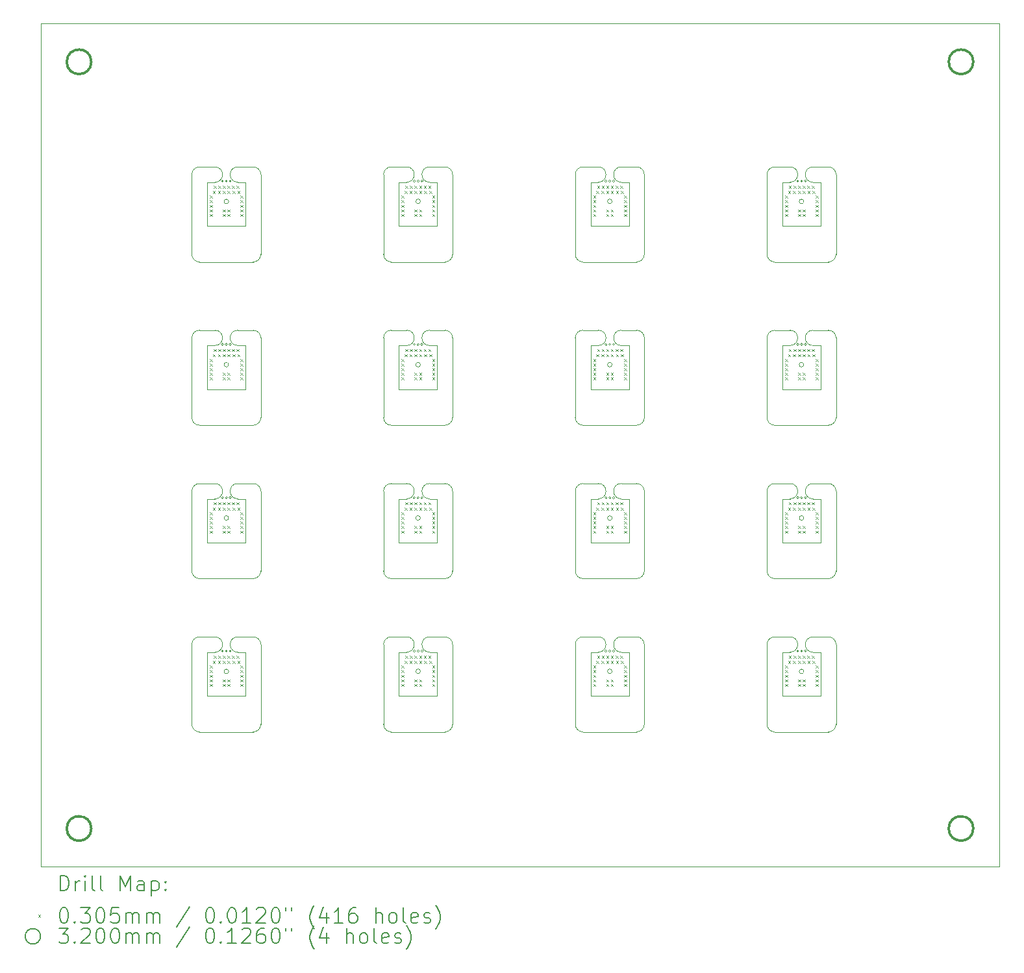
<source format=gbr>
%FSLAX45Y45*%
G04 Gerber Fmt 4.5, Leading zero omitted, Abs format (unit mm)*
G04 Created by KiCad (PCBNEW (6.0.0)) date 2022-03-28 07:48:17*
%MOMM*%
%LPD*%
G01*
G04 APERTURE LIST*
%TA.AperFunction,Profile*%
%ADD10C,0.050000*%
%TD*%
%ADD11C,0.200000*%
%ADD12C,0.030480*%
%ADD13C,0.320000*%
G04 APERTURE END LIST*
D10*
X12320711Y-7570711D02*
X12120711Y-7570711D01*
X14220711Y-7770711D02*
X14320711Y-7770711D01*
X14820711Y-12810711D02*
G75*
G03*
X14920711Y-12710711I0J100000D01*
G01*
X14020711Y-10710711D02*
G75*
G03*
X14120711Y-10810711I100000J0D01*
G01*
X14120711Y-5440711D02*
G75*
G03*
X14020711Y-5540711I0J-100000D01*
G01*
X9820711Y-9570711D02*
X9620711Y-9570711D01*
X17220711Y-12810711D02*
X17320711Y-12810711D01*
X14220711Y-5640711D02*
X14320711Y-5640711D01*
X11820711Y-11570711D02*
X11720711Y-11570711D01*
X9320711Y-7770711D02*
G75*
G03*
X9320711Y-7570711I0J100000D01*
G01*
X16520711Y-8340711D02*
X16520711Y-8710711D01*
X14020711Y-8710711D02*
G75*
G03*
X14120711Y-8810711I100000J0D01*
G01*
X9320711Y-9570711D02*
X9220711Y-9570711D01*
X17320711Y-11570711D02*
X17120711Y-11570711D01*
X9820711Y-8810711D02*
G75*
G03*
X9920711Y-8710711I0J100000D01*
G01*
X17220711Y-10810711D02*
X17320711Y-10810711D01*
X9720711Y-8810711D02*
X9820711Y-8810711D01*
X12220711Y-6210711D02*
X11720711Y-6210711D01*
X12220711Y-11770711D02*
X12220711Y-12340711D01*
X9020711Y-9670711D02*
X9020711Y-10340711D01*
X11620711Y-9570711D02*
G75*
G03*
X11520711Y-9670711I0J-100000D01*
G01*
X16520711Y-7670711D02*
X16520711Y-8340711D01*
X16720711Y-9770711D02*
X16820711Y-9770711D01*
X9220711Y-12340711D02*
X9220711Y-11770711D01*
X14220711Y-12340711D02*
X14220711Y-11770711D01*
X17420711Y-12710711D02*
X17420711Y-11670711D01*
X11985951Y-9755711D02*
G75*
G03*
X11985951Y-9755711I-15240J0D01*
G01*
X14435951Y-5625711D02*
G75*
G03*
X14435951Y-5625711I-15240J0D01*
G01*
X11985951Y-7755711D02*
G75*
G03*
X11985951Y-7755711I-15240J0D01*
G01*
X17420711Y-9670711D02*
G75*
G03*
X17320711Y-9570711I-100000J0D01*
G01*
X9020711Y-6580711D02*
G75*
G03*
X9120711Y-6680711I100000J0D01*
G01*
X16720711Y-9570711D02*
X16620711Y-9570711D01*
X14120711Y-6680711D02*
X14720711Y-6680711D01*
X9020711Y-8710711D02*
G75*
G03*
X9120711Y-8810711I100000J0D01*
G01*
X14720711Y-7770711D02*
X14620711Y-7770711D01*
X11520711Y-6580711D02*
G75*
G03*
X11620711Y-6680711I100000J0D01*
G01*
X16720711Y-7770711D02*
X16820711Y-7770711D01*
X17000711Y-10020711D02*
G75*
G03*
X17000711Y-10020711I-30000J0D01*
G01*
X9720711Y-9770711D02*
X9720711Y-10340711D01*
X9820711Y-12810711D02*
G75*
G03*
X9920711Y-12710711I0J100000D01*
G01*
X17000711Y-8020711D02*
G75*
G03*
X17000711Y-8020711I-30000J0D01*
G01*
X11720711Y-5640711D02*
X11820711Y-5640711D01*
X16720711Y-5640711D02*
X16820711Y-5640711D01*
X11720711Y-7570711D02*
X11620711Y-7570711D01*
X17120711Y-11570711D02*
G75*
G03*
X17120711Y-11770711I0J-100000D01*
G01*
X11820711Y-9570711D02*
X11720711Y-9570711D01*
X12220711Y-12340711D02*
X11720711Y-12340711D01*
X16820711Y-9570711D02*
X16720711Y-9570711D01*
X9485951Y-9755711D02*
G75*
G03*
X9485951Y-9755711I-15240J0D01*
G01*
X14920711Y-9670711D02*
G75*
G03*
X14820711Y-9570711I-100000J0D01*
G01*
X14820711Y-11570711D02*
X14620711Y-11570711D01*
X9220711Y-9770711D02*
X9320711Y-9770711D01*
X12320711Y-6680711D02*
G75*
G03*
X12420711Y-6580711I0J100000D01*
G01*
X14485951Y-7755711D02*
G75*
G03*
X14485951Y-7755711I-15240J0D01*
G01*
X14320711Y-11770711D02*
G75*
G03*
X14320711Y-11570711I0J100000D01*
G01*
X11620711Y-11570711D02*
G75*
G03*
X11520711Y-11670711I0J-100000D01*
G01*
X17035951Y-11755711D02*
G75*
G03*
X17035951Y-11755711I-15240J0D01*
G01*
X11520711Y-11670711D02*
X11520711Y-12340711D01*
X12000711Y-8020711D02*
G75*
G03*
X12000711Y-8020711I-30000J0D01*
G01*
X9020711Y-5540711D02*
X9020711Y-6210711D01*
X14485951Y-11755711D02*
G75*
G03*
X14485951Y-11755711I-15240J0D01*
G01*
X9485951Y-7755711D02*
G75*
G03*
X9485951Y-7755711I-15240J0D01*
G01*
X17320711Y-7570711D02*
X17120711Y-7570711D01*
X14820711Y-6680711D02*
G75*
G03*
X14920711Y-6580711I0J100000D01*
G01*
X16935951Y-7755711D02*
G75*
G03*
X16935951Y-7755711I-15240J0D01*
G01*
X11820711Y-5440711D02*
X11720711Y-5440711D01*
X11720711Y-5440711D02*
X11620711Y-5440711D01*
X17420711Y-6580711D02*
X17420711Y-5540711D01*
X9120711Y-7570711D02*
G75*
G03*
X9020711Y-7670711I0J-100000D01*
G01*
X16520711Y-6210711D02*
X16520711Y-6580711D01*
X9920711Y-12710711D02*
X9920711Y-11670711D01*
X17420711Y-5540711D02*
G75*
G03*
X17320711Y-5440711I-100000J0D01*
G01*
X9720711Y-6210711D02*
X9220711Y-6210711D01*
X16620711Y-11570711D02*
G75*
G03*
X16520711Y-11670711I0J-100000D01*
G01*
X14020711Y-10340711D02*
X14020711Y-10710711D01*
X12220711Y-5640711D02*
X12120711Y-5640711D01*
X12000711Y-12020711D02*
G75*
G03*
X12000711Y-12020711I-30000J0D01*
G01*
X9720711Y-7770711D02*
X9620711Y-7770711D01*
X14220711Y-6210711D02*
X14220711Y-5640711D01*
X14120711Y-12810711D02*
X14720711Y-12810711D01*
X9620711Y-7570711D02*
G75*
G03*
X9620711Y-7770711I0J-100000D01*
G01*
X12120711Y-7570711D02*
G75*
G03*
X12120711Y-7770711I0J-100000D01*
G01*
X17220711Y-9770711D02*
X17220711Y-10340711D01*
X17220711Y-10340711D02*
X16720711Y-10340711D01*
X16620711Y-5440711D02*
G75*
G03*
X16520711Y-5540711I0J-100000D01*
G01*
X14820711Y-8810711D02*
G75*
G03*
X14920711Y-8710711I0J100000D01*
G01*
X14220711Y-7570711D02*
X14120711Y-7570711D01*
X16820711Y-5440711D02*
X16720711Y-5440711D01*
X9535951Y-7755711D02*
G75*
G03*
X9535951Y-7755711I-15240J0D01*
G01*
X16820711Y-7570711D02*
X16720711Y-7570711D01*
X9720711Y-7770711D02*
X9720711Y-8340711D01*
X9720711Y-10340711D02*
X9220711Y-10340711D01*
X11820711Y-5640711D02*
G75*
G03*
X11820711Y-5440711I0J100000D01*
G01*
X12320711Y-9570711D02*
X12120711Y-9570711D01*
X9500711Y-8020711D02*
G75*
G03*
X9500711Y-8020711I-30000J0D01*
G01*
X14720711Y-8340711D02*
X14220711Y-8340711D01*
X9020711Y-7670711D02*
X9020711Y-8340711D01*
X9220711Y-5640711D02*
X9320711Y-5640711D01*
X9720711Y-9770711D02*
X9620711Y-9770711D01*
X12320711Y-5440711D02*
X12120711Y-5440711D01*
X17120711Y-9570711D02*
G75*
G03*
X17120711Y-9770711I0J-100000D01*
G01*
X11820711Y-9770711D02*
G75*
G03*
X11820711Y-9570711I0J100000D01*
G01*
X9720711Y-5640711D02*
X9720711Y-6210711D01*
X14320711Y-7770711D02*
G75*
G03*
X14320711Y-7570711I0J100000D01*
G01*
X16720711Y-7570711D02*
X16620711Y-7570711D01*
X14485951Y-9755711D02*
G75*
G03*
X14485951Y-9755711I-15240J0D01*
G01*
X9120711Y-5440711D02*
G75*
G03*
X9020711Y-5540711I0J-100000D01*
G01*
X14720711Y-10340711D02*
X14220711Y-10340711D01*
X11620711Y-5440711D02*
G75*
G03*
X11520711Y-5540711I0J-100000D01*
G01*
X17220711Y-12340711D02*
X16720711Y-12340711D01*
X12320711Y-11570711D02*
X12120711Y-11570711D01*
X17035951Y-7755711D02*
G75*
G03*
X17035951Y-7755711I-15240J0D01*
G01*
X12220711Y-12810711D02*
X12320711Y-12810711D01*
X11620711Y-10810711D02*
X12220711Y-10810711D01*
X11620711Y-6680711D02*
X12220711Y-6680711D01*
X9220711Y-9570711D02*
X9120711Y-9570711D01*
X9020711Y-12340711D02*
X9020711Y-12710711D01*
X14920711Y-7670711D02*
G75*
G03*
X14820711Y-7570711I-100000J0D01*
G01*
X9820711Y-6680711D02*
G75*
G03*
X9920711Y-6580711I0J100000D01*
G01*
X12220711Y-9770711D02*
X12120711Y-9770711D01*
X9535951Y-11755711D02*
G75*
G03*
X9535951Y-11755711I-15240J0D01*
G01*
X16520711Y-6580711D02*
G75*
G03*
X16620711Y-6680711I100000J0D01*
G01*
X14535951Y-7755711D02*
G75*
G03*
X14535951Y-7755711I-15240J0D01*
G01*
X9220711Y-5440711D02*
X9120711Y-5440711D01*
X14220711Y-5440711D02*
X14120711Y-5440711D01*
X16520711Y-12340711D02*
X16520711Y-12710711D01*
X12320711Y-12810711D02*
G75*
G03*
X12420711Y-12710711I0J100000D01*
G01*
X9220711Y-11570711D02*
X9120711Y-11570711D01*
X17220711Y-11770711D02*
X17220711Y-12340711D01*
X16720711Y-6210711D02*
X16720711Y-5640711D01*
X16520711Y-12710711D02*
G75*
G03*
X16620711Y-12810711I100000J0D01*
G01*
X9620711Y-11570711D02*
G75*
G03*
X9620711Y-11770711I0J-100000D01*
G01*
X12220711Y-9770711D02*
X12220711Y-10340711D01*
X14020711Y-6210711D02*
X14020711Y-6580711D01*
X11720711Y-12340711D02*
X11720711Y-11770711D01*
X12120711Y-9570711D02*
G75*
G03*
X12120711Y-9770711I0J-100000D01*
G01*
X11935951Y-5625711D02*
G75*
G03*
X11935951Y-5625711I-15240J0D01*
G01*
X17220711Y-8810711D02*
X17320711Y-8810711D01*
X9120711Y-9570711D02*
G75*
G03*
X9020711Y-9670711I0J-100000D01*
G01*
X9920711Y-11670711D02*
G75*
G03*
X9820711Y-11570711I-100000J0D01*
G01*
X9435951Y-5625711D02*
G75*
G03*
X9435951Y-5625711I-15240J0D01*
G01*
X14500711Y-12020711D02*
G75*
G03*
X14500711Y-12020711I-30000J0D01*
G01*
X11985951Y-11755711D02*
G75*
G03*
X11985951Y-11755711I-15240J0D01*
G01*
X14120711Y-10810711D02*
X14720711Y-10810711D01*
X11620711Y-7570711D02*
G75*
G03*
X11520711Y-7670711I0J-100000D01*
G01*
X14920711Y-6580711D02*
X14920711Y-5540711D01*
X11520711Y-10340711D02*
X11520711Y-10710711D01*
X14720711Y-12340711D02*
X14220711Y-12340711D01*
X12035951Y-5625711D02*
G75*
G03*
X12035951Y-5625711I-15240J0D01*
G01*
X14820711Y-9570711D02*
X14620711Y-9570711D01*
X9720711Y-12810711D02*
X9820711Y-12810711D01*
X16520711Y-11670711D02*
X16520711Y-12340711D01*
X9020711Y-11670711D02*
X9020711Y-12340711D01*
X16985951Y-5625711D02*
G75*
G03*
X16985951Y-5625711I-15240J0D01*
G01*
X12220711Y-5640711D02*
X12220711Y-6210711D01*
X14720711Y-11770711D02*
X14620711Y-11770711D01*
X12120711Y-5440711D02*
G75*
G03*
X12120711Y-5640711I0J-100000D01*
G01*
X11820711Y-11770711D02*
G75*
G03*
X11820711Y-11570711I0J100000D01*
G01*
X17220711Y-8340711D02*
X16720711Y-8340711D01*
X14720711Y-5640711D02*
X14720711Y-6210711D01*
X14820711Y-5440711D02*
X14620711Y-5440711D01*
X9320711Y-7570711D02*
X9220711Y-7570711D01*
X9820711Y-5440711D02*
X9620711Y-5440711D01*
X17320711Y-10810711D02*
G75*
G03*
X17420711Y-10710711I0J100000D01*
G01*
X9320711Y-9770711D02*
G75*
G03*
X9320711Y-9570711I0J100000D01*
G01*
X12220711Y-11770711D02*
X12120711Y-11770711D01*
X11720711Y-8340711D02*
X11720711Y-7770711D01*
X7050000Y-3570000D02*
X19550000Y-3570000D01*
X19550000Y-3570000D02*
X19550000Y-14570000D01*
X19550000Y-14570000D02*
X7050000Y-14570000D01*
X7050000Y-14570000D02*
X7050000Y-3570000D01*
X17000711Y-5890711D02*
G75*
G03*
X17000711Y-5890711I-30000J0D01*
G01*
X11820711Y-7570711D02*
X11720711Y-7570711D01*
X14720711Y-9770711D02*
X14620711Y-9770711D01*
X9820711Y-11570711D02*
X9620711Y-11570711D01*
X9120711Y-11570711D02*
G75*
G03*
X9020711Y-11670711I0J-100000D01*
G01*
X14720711Y-9770711D02*
X14720711Y-10340711D01*
X9485951Y-11755711D02*
G75*
G03*
X9485951Y-11755711I-15240J0D01*
G01*
X17000711Y-12020711D02*
G75*
G03*
X17000711Y-12020711I-30000J0D01*
G01*
X14485951Y-5625711D02*
G75*
G03*
X14485951Y-5625711I-15240J0D01*
G01*
X9120711Y-10810711D02*
X9720711Y-10810711D01*
X9220711Y-7770711D02*
X9320711Y-7770711D01*
X14020711Y-9670711D02*
X14020711Y-10340711D01*
X16520711Y-10710711D02*
G75*
G03*
X16620711Y-10810711I100000J0D01*
G01*
X17320711Y-6680711D02*
G75*
G03*
X17420711Y-6580711I0J100000D01*
G01*
X14920711Y-11670711D02*
G75*
G03*
X14820711Y-11570711I-100000J0D01*
G01*
X9020711Y-12710711D02*
G75*
G03*
X9120711Y-12810711I100000J0D01*
G01*
X14020711Y-12710711D02*
G75*
G03*
X14120711Y-12810711I100000J0D01*
G01*
X9020711Y-6210711D02*
X9020711Y-6580711D01*
X14220711Y-11570711D02*
X14120711Y-11570711D01*
X16620711Y-7570711D02*
G75*
G03*
X16520711Y-7670711I0J-100000D01*
G01*
X17220711Y-7770711D02*
X17220711Y-8340711D01*
X16985951Y-11755711D02*
G75*
G03*
X16985951Y-11755711I-15240J0D01*
G01*
X17220711Y-7770711D02*
X17120711Y-7770711D01*
X17420711Y-11670711D02*
G75*
G03*
X17320711Y-11570711I-100000J0D01*
G01*
X16985951Y-9755711D02*
G75*
G03*
X16985951Y-9755711I-15240J0D01*
G01*
X14720711Y-11770711D02*
X14720711Y-12340711D01*
X12120711Y-11570711D02*
G75*
G03*
X12120711Y-11770711I0J-100000D01*
G01*
X14320711Y-9570711D02*
X14220711Y-9570711D01*
X14720711Y-5640711D02*
X14620711Y-5640711D01*
X14120711Y-9570711D02*
G75*
G03*
X14020711Y-9670711I0J-100000D01*
G01*
X12420711Y-10710711D02*
X12420711Y-9670711D01*
X14535951Y-9755711D02*
G75*
G03*
X14535951Y-9755711I-15240J0D01*
G01*
X9220711Y-6210711D02*
X9220711Y-5640711D01*
X12420711Y-5540711D02*
G75*
G03*
X12320711Y-5440711I-100000J0D01*
G01*
X17320711Y-12810711D02*
G75*
G03*
X17420711Y-12710711I0J100000D01*
G01*
X16820711Y-5640711D02*
G75*
G03*
X16820711Y-5440711I0J100000D01*
G01*
X12220711Y-10810711D02*
X12320711Y-10810711D01*
X14020711Y-11670711D02*
X14020711Y-12340711D01*
X14020711Y-5540711D02*
X14020711Y-6210711D01*
X16520711Y-9670711D02*
X16520711Y-10340711D01*
X16935951Y-9755711D02*
G75*
G03*
X16935951Y-9755711I-15240J0D01*
G01*
X14920711Y-8710711D02*
X14920711Y-7670711D01*
X16620711Y-12810711D02*
X17220711Y-12810711D01*
X12420711Y-11670711D02*
G75*
G03*
X12320711Y-11570711I-100000J0D01*
G01*
X11520711Y-10710711D02*
G75*
G03*
X11620711Y-10810711I100000J0D01*
G01*
X12220711Y-8340711D02*
X11720711Y-8340711D01*
X14120711Y-8810711D02*
X14720711Y-8810711D01*
X14535951Y-11755711D02*
G75*
G03*
X14535951Y-11755711I-15240J0D01*
G01*
X17420711Y-7670711D02*
G75*
G03*
X17320711Y-7570711I-100000J0D01*
G01*
X9435951Y-9755711D02*
G75*
G03*
X9435951Y-9755711I-15240J0D01*
G01*
X12220711Y-7770711D02*
X12220711Y-8340711D01*
X14720711Y-12810711D02*
X14820711Y-12810711D01*
X14320711Y-5640711D02*
G75*
G03*
X14320711Y-5440711I0J100000D01*
G01*
X11935951Y-7755711D02*
G75*
G03*
X11935951Y-7755711I-15240J0D01*
G01*
X9820711Y-7570711D02*
X9620711Y-7570711D01*
X12420711Y-7670711D02*
G75*
G03*
X12320711Y-7570711I-100000J0D01*
G01*
X14720711Y-7770711D02*
X14720711Y-8340711D01*
X14220711Y-10340711D02*
X14220711Y-9770711D01*
X16620711Y-6680711D02*
X17220711Y-6680711D01*
X9120711Y-8810711D02*
X9720711Y-8810711D01*
X9435951Y-7755711D02*
G75*
G03*
X9435951Y-7755711I-15240J0D01*
G01*
X9020711Y-10710711D02*
G75*
G03*
X9120711Y-10810711I100000J0D01*
G01*
X11620711Y-12810711D02*
X12220711Y-12810711D01*
X11935951Y-9755711D02*
G75*
G03*
X11935951Y-9755711I-15240J0D01*
G01*
X9920711Y-7670711D02*
G75*
G03*
X9820711Y-7570711I-100000J0D01*
G01*
X11720711Y-11770711D02*
X11820711Y-11770711D01*
X11935951Y-11755711D02*
G75*
G03*
X11935951Y-11755711I-15240J0D01*
G01*
X14120711Y-11570711D02*
G75*
G03*
X14020711Y-11670711I0J-100000D01*
G01*
X14220711Y-11770711D02*
X14320711Y-11770711D01*
X14920711Y-10710711D02*
X14920711Y-9670711D01*
X14500711Y-8020711D02*
G75*
G03*
X14500711Y-8020711I-30000J0D01*
G01*
X9320711Y-5640711D02*
G75*
G03*
X9320711Y-5440711I0J100000D01*
G01*
X17320711Y-9570711D02*
X17120711Y-9570711D01*
X16620711Y-8810711D02*
X17220711Y-8810711D01*
X14820711Y-10810711D02*
G75*
G03*
X14920711Y-10710711I0J100000D01*
G01*
X16985951Y-7755711D02*
G75*
G03*
X16985951Y-7755711I-15240J0D01*
G01*
X16620711Y-9570711D02*
G75*
G03*
X16520711Y-9670711I0J-100000D01*
G01*
X17220711Y-9770711D02*
X17120711Y-9770711D01*
X16720711Y-11770711D02*
X16820711Y-11770711D01*
X9220711Y-10340711D02*
X9220711Y-9770711D01*
X9720711Y-5640711D02*
X9620711Y-5640711D01*
X14320711Y-11570711D02*
X14220711Y-11570711D01*
X12035951Y-11755711D02*
G75*
G03*
X12035951Y-11755711I-15240J0D01*
G01*
X16720711Y-10340711D02*
X16720711Y-9770711D01*
X11720711Y-9570711D02*
X11620711Y-9570711D01*
X9435951Y-11755711D02*
G75*
G03*
X9435951Y-11755711I-15240J0D01*
G01*
X9500711Y-12020711D02*
G75*
G03*
X9500711Y-12020711I-30000J0D01*
G01*
X9020711Y-8340711D02*
X9020711Y-8710711D01*
X11520711Y-12340711D02*
X11520711Y-12710711D01*
X14720711Y-6210711D02*
X14220711Y-6210711D01*
X12220711Y-10340711D02*
X11720711Y-10340711D01*
X17220711Y-6680711D02*
X17320711Y-6680711D01*
X14435951Y-11755711D02*
G75*
G03*
X14435951Y-11755711I-15240J0D01*
G01*
X14720711Y-8810711D02*
X14820711Y-8810711D01*
X16820711Y-7770711D02*
G75*
G03*
X16820711Y-7570711I0J100000D01*
G01*
X16620711Y-10810711D02*
X17220711Y-10810711D01*
X11720711Y-11570711D02*
X11620711Y-11570711D01*
X17035951Y-5625711D02*
G75*
G03*
X17035951Y-5625711I-15240J0D01*
G01*
X9920711Y-9670711D02*
G75*
G03*
X9820711Y-9570711I-100000J0D01*
G01*
X9720711Y-8340711D02*
X9220711Y-8340711D01*
X14620711Y-9570711D02*
G75*
G03*
X14620711Y-9770711I0J-100000D01*
G01*
X14020711Y-8340711D02*
X14020711Y-8710711D01*
X14435951Y-7755711D02*
G75*
G03*
X14435951Y-7755711I-15240J0D01*
G01*
X11520711Y-9670711D02*
X11520711Y-10340711D01*
X14320711Y-5440711D02*
X14220711Y-5440711D01*
X9120711Y-12810711D02*
X9720711Y-12810711D01*
X11720711Y-10340711D02*
X11720711Y-9770711D01*
X12220711Y-7770711D02*
X12120711Y-7770711D01*
X16935951Y-5625711D02*
G75*
G03*
X16935951Y-5625711I-15240J0D01*
G01*
X17220711Y-6210711D02*
X16720711Y-6210711D01*
X14620711Y-7570711D02*
G75*
G03*
X14620711Y-7770711I0J-100000D01*
G01*
X16820711Y-9770711D02*
G75*
G03*
X16820711Y-9570711I0J100000D01*
G01*
X14020711Y-7670711D02*
X14020711Y-8340711D01*
X9320711Y-11570711D02*
X9220711Y-11570711D01*
X16720711Y-5440711D02*
X16620711Y-5440711D01*
X14020711Y-6580711D02*
G75*
G03*
X14120711Y-6680711I100000J0D01*
G01*
X16520711Y-5540711D02*
X16520711Y-6210711D01*
X9220711Y-8340711D02*
X9220711Y-7770711D01*
X9220711Y-7570711D02*
X9120711Y-7570711D01*
X12000711Y-10020711D02*
G75*
G03*
X12000711Y-10020711I-30000J0D01*
G01*
X11520711Y-12710711D02*
G75*
G03*
X11620711Y-12810711I100000J0D01*
G01*
X16935951Y-11755711D02*
G75*
G03*
X16935951Y-11755711I-15240J0D01*
G01*
X9120711Y-6680711D02*
X9720711Y-6680711D01*
X9920711Y-8710711D02*
X9920711Y-7670711D01*
X16520711Y-10340711D02*
X16520711Y-10710711D01*
X17120711Y-5440711D02*
G75*
G03*
X17120711Y-5640711I0J-100000D01*
G01*
X12220711Y-8810711D02*
X12320711Y-8810711D01*
X12035951Y-7755711D02*
G75*
G03*
X12035951Y-7755711I-15240J0D01*
G01*
X14020711Y-12340711D02*
X14020711Y-12710711D01*
X14720711Y-10810711D02*
X14820711Y-10810711D01*
X9920711Y-10710711D02*
X9920711Y-9670711D01*
X17035951Y-9755711D02*
G75*
G03*
X17035951Y-9755711I-15240J0D01*
G01*
X9720711Y-11770711D02*
X9620711Y-11770711D01*
X9500711Y-5890711D02*
G75*
G03*
X9500711Y-5890711I-30000J0D01*
G01*
X12320711Y-10810711D02*
G75*
G03*
X12420711Y-10710711I0J100000D01*
G01*
X16720711Y-11570711D02*
X16620711Y-11570711D01*
X12035951Y-9755711D02*
G75*
G03*
X12035951Y-9755711I-15240J0D01*
G01*
X17420711Y-10710711D02*
X17420711Y-9670711D01*
X11620711Y-8810711D02*
X12220711Y-8810711D01*
X9620711Y-9570711D02*
G75*
G03*
X9620711Y-9770711I0J-100000D01*
G01*
X17320711Y-8810711D02*
G75*
G03*
X17420711Y-8710711I0J100000D01*
G01*
X11520711Y-7670711D02*
X11520711Y-8340711D01*
X9220711Y-11770711D02*
X9320711Y-11770711D01*
X14720711Y-6680711D02*
X14820711Y-6680711D01*
X9320711Y-5440711D02*
X9220711Y-5440711D01*
X12420711Y-6580711D02*
X12420711Y-5540711D01*
X14620711Y-11570711D02*
G75*
G03*
X14620711Y-11770711I0J-100000D01*
G01*
X9620711Y-5440711D02*
G75*
G03*
X9620711Y-5640711I0J-100000D01*
G01*
X12420711Y-9670711D02*
G75*
G03*
X12320711Y-9570711I-100000J0D01*
G01*
X11985951Y-5625711D02*
G75*
G03*
X11985951Y-5625711I-15240J0D01*
G01*
X11520711Y-8340711D02*
X11520711Y-8710711D01*
X12420711Y-12710711D02*
X12420711Y-11670711D01*
X16820711Y-11770711D02*
G75*
G03*
X16820711Y-11570711I0J100000D01*
G01*
X9020711Y-10340711D02*
X9020711Y-10710711D01*
X9720711Y-6680711D02*
X9820711Y-6680711D01*
X14535951Y-5625711D02*
G75*
G03*
X14535951Y-5625711I-15240J0D01*
G01*
X9535951Y-5625711D02*
G75*
G03*
X9535951Y-5625711I-15240J0D01*
G01*
X14320711Y-9770711D02*
G75*
G03*
X14320711Y-9570711I0J100000D01*
G01*
X9720711Y-12340711D02*
X9220711Y-12340711D01*
X17420711Y-8710711D02*
X17420711Y-7670711D01*
X9320711Y-11770711D02*
G75*
G03*
X9320711Y-11570711I0J100000D01*
G01*
X17120711Y-7570711D02*
G75*
G03*
X17120711Y-7770711I0J-100000D01*
G01*
X9720711Y-11770711D02*
X9720711Y-12340711D01*
X14920711Y-5540711D02*
G75*
G03*
X14820711Y-5440711I-100000J0D01*
G01*
X16820711Y-11570711D02*
X16720711Y-11570711D01*
X9535951Y-9755711D02*
G75*
G03*
X9535951Y-9755711I-15240J0D01*
G01*
X12000711Y-5890711D02*
G75*
G03*
X12000711Y-5890711I-30000J0D01*
G01*
X14820711Y-7570711D02*
X14620711Y-7570711D01*
X17320711Y-5440711D02*
X17120711Y-5440711D01*
X16720711Y-12340711D02*
X16720711Y-11770711D01*
X17220711Y-11770711D02*
X17120711Y-11770711D01*
X14620711Y-5440711D02*
G75*
G03*
X14620711Y-5640711I0J-100000D01*
G01*
X14220711Y-9770711D02*
X14320711Y-9770711D01*
X16720711Y-8340711D02*
X16720711Y-7770711D01*
X12420711Y-8710711D02*
X12420711Y-7670711D01*
X9920711Y-5540711D02*
G75*
G03*
X9820711Y-5440711I-100000J0D01*
G01*
X16520711Y-8710711D02*
G75*
G03*
X16620711Y-8810711I100000J0D01*
G01*
X9720711Y-10810711D02*
X9820711Y-10810711D01*
X17220711Y-5640711D02*
X17220711Y-6210711D01*
X9485951Y-5625711D02*
G75*
G03*
X9485951Y-5625711I-15240J0D01*
G01*
X9500711Y-10020711D02*
G75*
G03*
X9500711Y-10020711I-30000J0D01*
G01*
X11720711Y-7770711D02*
X11820711Y-7770711D01*
X11820711Y-7770711D02*
G75*
G03*
X11820711Y-7570711I0J100000D01*
G01*
X9820711Y-10810711D02*
G75*
G03*
X9920711Y-10710711I0J100000D01*
G01*
X14500711Y-10020711D02*
G75*
G03*
X14500711Y-10020711I-30000J0D01*
G01*
X12320711Y-8810711D02*
G75*
G03*
X12420711Y-8710711I0J100000D01*
G01*
X11720711Y-9770711D02*
X11820711Y-9770711D01*
X11520711Y-6210711D02*
X11520711Y-6580711D01*
X12220711Y-6680711D02*
X12320711Y-6680711D01*
X11720711Y-6210711D02*
X11720711Y-5640711D01*
X14500711Y-5890711D02*
G75*
G03*
X14500711Y-5890711I-30000J0D01*
G01*
X14920711Y-12710711D02*
X14920711Y-11670711D01*
X14120711Y-7570711D02*
G75*
G03*
X14020711Y-7670711I0J-100000D01*
G01*
X11520711Y-8710711D02*
G75*
G03*
X11620711Y-8810711I100000J0D01*
G01*
X14220711Y-9570711D02*
X14120711Y-9570711D01*
X9920711Y-6580711D02*
X9920711Y-5540711D01*
X17220711Y-5640711D02*
X17120711Y-5640711D01*
X14435951Y-9755711D02*
G75*
G03*
X14435951Y-9755711I-15240J0D01*
G01*
X14220711Y-8340711D02*
X14220711Y-7770711D01*
X14320711Y-7570711D02*
X14220711Y-7570711D01*
X11520711Y-5540711D02*
X11520711Y-6210711D01*
D11*
D12*
X9255471Y-5815471D02*
X9285951Y-5845951D01*
X9285951Y-5815471D02*
X9255471Y-5845951D01*
X9255471Y-5875471D02*
X9285951Y-5905951D01*
X9285951Y-5875471D02*
X9255471Y-5905951D01*
X9255471Y-5935471D02*
X9285951Y-5965951D01*
X9285951Y-5935471D02*
X9255471Y-5965951D01*
X9255471Y-5995471D02*
X9285951Y-6025951D01*
X9285951Y-5995471D02*
X9255471Y-6025951D01*
X9255471Y-6055471D02*
X9285951Y-6085951D01*
X9285951Y-6055471D02*
X9255471Y-6085951D01*
X9255471Y-7945471D02*
X9285951Y-7975951D01*
X9285951Y-7945471D02*
X9255471Y-7975951D01*
X9255471Y-8005471D02*
X9285951Y-8035951D01*
X9285951Y-8005471D02*
X9255471Y-8035951D01*
X9255471Y-8065471D02*
X9285951Y-8095951D01*
X9285951Y-8065471D02*
X9255471Y-8095951D01*
X9255471Y-8125471D02*
X9285951Y-8155951D01*
X9285951Y-8125471D02*
X9255471Y-8155951D01*
X9255471Y-8185471D02*
X9285951Y-8215951D01*
X9285951Y-8185471D02*
X9255471Y-8215951D01*
X9255471Y-9945471D02*
X9285951Y-9975951D01*
X9285951Y-9945471D02*
X9255471Y-9975951D01*
X9255471Y-10005471D02*
X9285951Y-10035951D01*
X9285951Y-10005471D02*
X9255471Y-10035951D01*
X9255471Y-10065471D02*
X9285951Y-10095951D01*
X9285951Y-10065471D02*
X9255471Y-10095951D01*
X9255471Y-10125471D02*
X9285951Y-10155951D01*
X9285951Y-10125471D02*
X9255471Y-10155951D01*
X9255471Y-10185471D02*
X9285951Y-10215951D01*
X9285951Y-10185471D02*
X9255471Y-10215951D01*
X9255471Y-11945471D02*
X9285951Y-11975951D01*
X9285951Y-11945471D02*
X9255471Y-11975951D01*
X9255471Y-12005471D02*
X9285951Y-12035951D01*
X9285951Y-12005471D02*
X9255471Y-12035951D01*
X9255471Y-12065471D02*
X9285951Y-12095951D01*
X9285951Y-12065471D02*
X9255471Y-12095951D01*
X9255471Y-12125471D02*
X9285951Y-12155951D01*
X9285951Y-12125471D02*
X9255471Y-12155951D01*
X9255471Y-12185471D02*
X9285951Y-12215951D01*
X9285951Y-12185471D02*
X9255471Y-12215951D01*
X9295471Y-5755471D02*
X9325951Y-5785951D01*
X9325951Y-5755471D02*
X9295471Y-5785951D01*
X9295471Y-7885471D02*
X9325951Y-7915951D01*
X9325951Y-7885471D02*
X9295471Y-7915951D01*
X9295471Y-9885471D02*
X9325951Y-9915951D01*
X9325951Y-9885471D02*
X9295471Y-9915951D01*
X9295471Y-11885471D02*
X9325951Y-11915951D01*
X9325951Y-11885471D02*
X9295471Y-11915951D01*
X9305471Y-5685471D02*
X9335951Y-5715951D01*
X9335951Y-5685471D02*
X9305471Y-5715951D01*
X9305471Y-7815471D02*
X9335951Y-7845951D01*
X9335951Y-7815471D02*
X9305471Y-7845951D01*
X9305471Y-9815471D02*
X9335951Y-9845951D01*
X9335951Y-9815471D02*
X9305471Y-9845951D01*
X9305471Y-11815471D02*
X9335951Y-11845951D01*
X9335951Y-11815471D02*
X9305471Y-11845951D01*
X9360471Y-5755471D02*
X9390951Y-5785951D01*
X9390951Y-5755471D02*
X9360471Y-5785951D01*
X9360471Y-7885471D02*
X9390951Y-7915951D01*
X9390951Y-7885471D02*
X9360471Y-7915951D01*
X9360471Y-9885471D02*
X9390951Y-9915951D01*
X9390951Y-9885471D02*
X9360471Y-9915951D01*
X9360471Y-11885471D02*
X9390951Y-11915951D01*
X9390951Y-11885471D02*
X9360471Y-11915951D01*
X9365471Y-5685471D02*
X9395951Y-5715951D01*
X9395951Y-5685471D02*
X9365471Y-5715951D01*
X9365471Y-7815471D02*
X9395951Y-7845951D01*
X9395951Y-7815471D02*
X9365471Y-7845951D01*
X9365471Y-9815471D02*
X9395951Y-9845951D01*
X9395951Y-9815471D02*
X9365471Y-9845951D01*
X9365471Y-11815471D02*
X9395951Y-11845951D01*
X9395951Y-11815471D02*
X9365471Y-11845951D01*
X9425471Y-5685471D02*
X9455951Y-5715951D01*
X9455951Y-5685471D02*
X9425471Y-5715951D01*
X9425471Y-5755471D02*
X9455951Y-5785951D01*
X9455951Y-5755471D02*
X9425471Y-5785951D01*
X9425471Y-5995471D02*
X9455951Y-6025951D01*
X9455951Y-5995471D02*
X9425471Y-6025951D01*
X9425471Y-6055471D02*
X9455951Y-6085951D01*
X9455951Y-6055471D02*
X9425471Y-6085951D01*
X9425471Y-7815471D02*
X9455951Y-7845951D01*
X9455951Y-7815471D02*
X9425471Y-7845951D01*
X9425471Y-7885471D02*
X9455951Y-7915951D01*
X9455951Y-7885471D02*
X9425471Y-7915951D01*
X9425471Y-8125471D02*
X9455951Y-8155951D01*
X9455951Y-8125471D02*
X9425471Y-8155951D01*
X9425471Y-8185471D02*
X9455951Y-8215951D01*
X9455951Y-8185471D02*
X9425471Y-8215951D01*
X9425471Y-9815471D02*
X9455951Y-9845951D01*
X9455951Y-9815471D02*
X9425471Y-9845951D01*
X9425471Y-9885471D02*
X9455951Y-9915951D01*
X9455951Y-9885471D02*
X9425471Y-9915951D01*
X9425471Y-10125471D02*
X9455951Y-10155951D01*
X9455951Y-10125471D02*
X9425471Y-10155951D01*
X9425471Y-10185471D02*
X9455951Y-10215951D01*
X9455951Y-10185471D02*
X9425471Y-10215951D01*
X9425471Y-11815471D02*
X9455951Y-11845951D01*
X9455951Y-11815471D02*
X9425471Y-11845951D01*
X9425471Y-11885471D02*
X9455951Y-11915951D01*
X9455951Y-11885471D02*
X9425471Y-11915951D01*
X9425471Y-12125471D02*
X9455951Y-12155951D01*
X9455951Y-12125471D02*
X9425471Y-12155951D01*
X9425471Y-12185471D02*
X9455951Y-12215951D01*
X9455951Y-12185471D02*
X9425471Y-12215951D01*
X9485471Y-5685471D02*
X9515951Y-5715951D01*
X9515951Y-5685471D02*
X9485471Y-5715951D01*
X9485471Y-5755471D02*
X9515951Y-5785951D01*
X9515951Y-5755471D02*
X9485471Y-5785951D01*
X9485471Y-5995471D02*
X9515951Y-6025951D01*
X9515951Y-5995471D02*
X9485471Y-6025951D01*
X9485471Y-6055471D02*
X9515951Y-6085951D01*
X9515951Y-6055471D02*
X9485471Y-6085951D01*
X9485471Y-7815471D02*
X9515951Y-7845951D01*
X9515951Y-7815471D02*
X9485471Y-7845951D01*
X9485471Y-7885471D02*
X9515951Y-7915951D01*
X9515951Y-7885471D02*
X9485471Y-7915951D01*
X9485471Y-8125471D02*
X9515951Y-8155951D01*
X9515951Y-8125471D02*
X9485471Y-8155951D01*
X9485471Y-8185471D02*
X9515951Y-8215951D01*
X9515951Y-8185471D02*
X9485471Y-8215951D01*
X9485471Y-9815471D02*
X9515951Y-9845951D01*
X9515951Y-9815471D02*
X9485471Y-9845951D01*
X9485471Y-9885471D02*
X9515951Y-9915951D01*
X9515951Y-9885471D02*
X9485471Y-9915951D01*
X9485471Y-10125471D02*
X9515951Y-10155951D01*
X9515951Y-10125471D02*
X9485471Y-10155951D01*
X9485471Y-10185471D02*
X9515951Y-10215951D01*
X9515951Y-10185471D02*
X9485471Y-10215951D01*
X9485471Y-11815471D02*
X9515951Y-11845951D01*
X9515951Y-11815471D02*
X9485471Y-11845951D01*
X9485471Y-11885471D02*
X9515951Y-11915951D01*
X9515951Y-11885471D02*
X9485471Y-11915951D01*
X9485471Y-12125471D02*
X9515951Y-12155951D01*
X9515951Y-12125471D02*
X9485471Y-12155951D01*
X9485471Y-12185471D02*
X9515951Y-12215951D01*
X9515951Y-12185471D02*
X9485471Y-12215951D01*
X9545471Y-5685471D02*
X9575951Y-5715951D01*
X9575951Y-5685471D02*
X9545471Y-5715951D01*
X9545471Y-7815471D02*
X9575951Y-7845951D01*
X9575951Y-7815471D02*
X9545471Y-7845951D01*
X9545471Y-9815471D02*
X9575951Y-9845951D01*
X9575951Y-9815471D02*
X9545471Y-9845951D01*
X9545471Y-11815471D02*
X9575951Y-11845951D01*
X9575951Y-11815471D02*
X9545471Y-11845951D01*
X9550471Y-5755471D02*
X9580951Y-5785951D01*
X9580951Y-5755471D02*
X9550471Y-5785951D01*
X9550471Y-7885471D02*
X9580951Y-7915951D01*
X9580951Y-7885471D02*
X9550471Y-7915951D01*
X9550471Y-9885471D02*
X9580951Y-9915951D01*
X9580951Y-9885471D02*
X9550471Y-9915951D01*
X9550471Y-11885471D02*
X9580951Y-11915951D01*
X9580951Y-11885471D02*
X9550471Y-11915951D01*
X9605471Y-5685471D02*
X9635951Y-5715951D01*
X9635951Y-5685471D02*
X9605471Y-5715951D01*
X9605471Y-7815471D02*
X9635951Y-7845951D01*
X9635951Y-7815471D02*
X9605471Y-7845951D01*
X9605471Y-9815471D02*
X9635951Y-9845951D01*
X9635951Y-9815471D02*
X9605471Y-9845951D01*
X9605471Y-11815471D02*
X9635951Y-11845951D01*
X9635951Y-11815471D02*
X9605471Y-11845951D01*
X9615471Y-5755471D02*
X9645951Y-5785951D01*
X9645951Y-5755471D02*
X9615471Y-5785951D01*
X9615471Y-7885471D02*
X9645951Y-7915951D01*
X9645951Y-7885471D02*
X9615471Y-7915951D01*
X9615471Y-9885471D02*
X9645951Y-9915951D01*
X9645951Y-9885471D02*
X9615471Y-9915951D01*
X9615471Y-11885471D02*
X9645951Y-11915951D01*
X9645951Y-11885471D02*
X9615471Y-11915951D01*
X9655471Y-5815471D02*
X9685951Y-5845951D01*
X9685951Y-5815471D02*
X9655471Y-5845951D01*
X9655471Y-5875471D02*
X9685951Y-5905951D01*
X9685951Y-5875471D02*
X9655471Y-5905951D01*
X9655471Y-5935471D02*
X9685951Y-5965951D01*
X9685951Y-5935471D02*
X9655471Y-5965951D01*
X9655471Y-5995471D02*
X9685951Y-6025951D01*
X9685951Y-5995471D02*
X9655471Y-6025951D01*
X9655471Y-6055471D02*
X9685951Y-6085951D01*
X9685951Y-6055471D02*
X9655471Y-6085951D01*
X9655471Y-7945471D02*
X9685951Y-7975951D01*
X9685951Y-7945471D02*
X9655471Y-7975951D01*
X9655471Y-8005471D02*
X9685951Y-8035951D01*
X9685951Y-8005471D02*
X9655471Y-8035951D01*
X9655471Y-8065471D02*
X9685951Y-8095951D01*
X9685951Y-8065471D02*
X9655471Y-8095951D01*
X9655471Y-8125471D02*
X9685951Y-8155951D01*
X9685951Y-8125471D02*
X9655471Y-8155951D01*
X9655471Y-8185471D02*
X9685951Y-8215951D01*
X9685951Y-8185471D02*
X9655471Y-8215951D01*
X9655471Y-9945471D02*
X9685951Y-9975951D01*
X9685951Y-9945471D02*
X9655471Y-9975951D01*
X9655471Y-10005471D02*
X9685951Y-10035951D01*
X9685951Y-10005471D02*
X9655471Y-10035951D01*
X9655471Y-10065471D02*
X9685951Y-10095951D01*
X9685951Y-10065471D02*
X9655471Y-10095951D01*
X9655471Y-10125471D02*
X9685951Y-10155951D01*
X9685951Y-10125471D02*
X9655471Y-10155951D01*
X9655471Y-10185471D02*
X9685951Y-10215951D01*
X9685951Y-10185471D02*
X9655471Y-10215951D01*
X9655471Y-11945471D02*
X9685951Y-11975951D01*
X9685951Y-11945471D02*
X9655471Y-11975951D01*
X9655471Y-12005471D02*
X9685951Y-12035951D01*
X9685951Y-12005471D02*
X9655471Y-12035951D01*
X9655471Y-12065471D02*
X9685951Y-12095951D01*
X9685951Y-12065471D02*
X9655471Y-12095951D01*
X9655471Y-12125471D02*
X9685951Y-12155951D01*
X9685951Y-12125471D02*
X9655471Y-12155951D01*
X9655471Y-12185471D02*
X9685951Y-12215951D01*
X9685951Y-12185471D02*
X9655471Y-12215951D01*
X11755471Y-5815471D02*
X11785951Y-5845951D01*
X11785951Y-5815471D02*
X11755471Y-5845951D01*
X11755471Y-5875471D02*
X11785951Y-5905951D01*
X11785951Y-5875471D02*
X11755471Y-5905951D01*
X11755471Y-5935471D02*
X11785951Y-5965951D01*
X11785951Y-5935471D02*
X11755471Y-5965951D01*
X11755471Y-5995471D02*
X11785951Y-6025951D01*
X11785951Y-5995471D02*
X11755471Y-6025951D01*
X11755471Y-6055471D02*
X11785951Y-6085951D01*
X11785951Y-6055471D02*
X11755471Y-6085951D01*
X11755471Y-7945471D02*
X11785951Y-7975951D01*
X11785951Y-7945471D02*
X11755471Y-7975951D01*
X11755471Y-8005471D02*
X11785951Y-8035951D01*
X11785951Y-8005471D02*
X11755471Y-8035951D01*
X11755471Y-8065471D02*
X11785951Y-8095951D01*
X11785951Y-8065471D02*
X11755471Y-8095951D01*
X11755471Y-8125471D02*
X11785951Y-8155951D01*
X11785951Y-8125471D02*
X11755471Y-8155951D01*
X11755471Y-8185471D02*
X11785951Y-8215951D01*
X11785951Y-8185471D02*
X11755471Y-8215951D01*
X11755471Y-9945471D02*
X11785951Y-9975951D01*
X11785951Y-9945471D02*
X11755471Y-9975951D01*
X11755471Y-10005471D02*
X11785951Y-10035951D01*
X11785951Y-10005471D02*
X11755471Y-10035951D01*
X11755471Y-10065471D02*
X11785951Y-10095951D01*
X11785951Y-10065471D02*
X11755471Y-10095951D01*
X11755471Y-10125471D02*
X11785951Y-10155951D01*
X11785951Y-10125471D02*
X11755471Y-10155951D01*
X11755471Y-10185471D02*
X11785951Y-10215951D01*
X11785951Y-10185471D02*
X11755471Y-10215951D01*
X11755471Y-11945471D02*
X11785951Y-11975951D01*
X11785951Y-11945471D02*
X11755471Y-11975951D01*
X11755471Y-12005471D02*
X11785951Y-12035951D01*
X11785951Y-12005471D02*
X11755471Y-12035951D01*
X11755471Y-12065471D02*
X11785951Y-12095951D01*
X11785951Y-12065471D02*
X11755471Y-12095951D01*
X11755471Y-12125471D02*
X11785951Y-12155951D01*
X11785951Y-12125471D02*
X11755471Y-12155951D01*
X11755471Y-12185471D02*
X11785951Y-12215951D01*
X11785951Y-12185471D02*
X11755471Y-12215951D01*
X11795471Y-5755471D02*
X11825951Y-5785951D01*
X11825951Y-5755471D02*
X11795471Y-5785951D01*
X11795471Y-7885471D02*
X11825951Y-7915951D01*
X11825951Y-7885471D02*
X11795471Y-7915951D01*
X11795471Y-9885471D02*
X11825951Y-9915951D01*
X11825951Y-9885471D02*
X11795471Y-9915951D01*
X11795471Y-11885471D02*
X11825951Y-11915951D01*
X11825951Y-11885471D02*
X11795471Y-11915951D01*
X11805471Y-5685471D02*
X11835951Y-5715951D01*
X11835951Y-5685471D02*
X11805471Y-5715951D01*
X11805471Y-7815471D02*
X11835951Y-7845951D01*
X11835951Y-7815471D02*
X11805471Y-7845951D01*
X11805471Y-9815471D02*
X11835951Y-9845951D01*
X11835951Y-9815471D02*
X11805471Y-9845951D01*
X11805471Y-11815471D02*
X11835951Y-11845951D01*
X11835951Y-11815471D02*
X11805471Y-11845951D01*
X11860471Y-5755471D02*
X11890951Y-5785951D01*
X11890951Y-5755471D02*
X11860471Y-5785951D01*
X11860471Y-7885471D02*
X11890951Y-7915951D01*
X11890951Y-7885471D02*
X11860471Y-7915951D01*
X11860471Y-9885471D02*
X11890951Y-9915951D01*
X11890951Y-9885471D02*
X11860471Y-9915951D01*
X11860471Y-11885471D02*
X11890951Y-11915951D01*
X11890951Y-11885471D02*
X11860471Y-11915951D01*
X11865471Y-5685471D02*
X11895951Y-5715951D01*
X11895951Y-5685471D02*
X11865471Y-5715951D01*
X11865471Y-7815471D02*
X11895951Y-7845951D01*
X11895951Y-7815471D02*
X11865471Y-7845951D01*
X11865471Y-9815471D02*
X11895951Y-9845951D01*
X11895951Y-9815471D02*
X11865471Y-9845951D01*
X11865471Y-11815471D02*
X11895951Y-11845951D01*
X11895951Y-11815471D02*
X11865471Y-11845951D01*
X11925471Y-5685471D02*
X11955951Y-5715951D01*
X11955951Y-5685471D02*
X11925471Y-5715951D01*
X11925471Y-5755471D02*
X11955951Y-5785951D01*
X11955951Y-5755471D02*
X11925471Y-5785951D01*
X11925471Y-5995471D02*
X11955951Y-6025951D01*
X11955951Y-5995471D02*
X11925471Y-6025951D01*
X11925471Y-6055471D02*
X11955951Y-6085951D01*
X11955951Y-6055471D02*
X11925471Y-6085951D01*
X11925471Y-7815471D02*
X11955951Y-7845951D01*
X11955951Y-7815471D02*
X11925471Y-7845951D01*
X11925471Y-7885471D02*
X11955951Y-7915951D01*
X11955951Y-7885471D02*
X11925471Y-7915951D01*
X11925471Y-8125471D02*
X11955951Y-8155951D01*
X11955951Y-8125471D02*
X11925471Y-8155951D01*
X11925471Y-8185471D02*
X11955951Y-8215951D01*
X11955951Y-8185471D02*
X11925471Y-8215951D01*
X11925471Y-9815471D02*
X11955951Y-9845951D01*
X11955951Y-9815471D02*
X11925471Y-9845951D01*
X11925471Y-9885471D02*
X11955951Y-9915951D01*
X11955951Y-9885471D02*
X11925471Y-9915951D01*
X11925471Y-10125471D02*
X11955951Y-10155951D01*
X11955951Y-10125471D02*
X11925471Y-10155951D01*
X11925471Y-10185471D02*
X11955951Y-10215951D01*
X11955951Y-10185471D02*
X11925471Y-10215951D01*
X11925471Y-11815471D02*
X11955951Y-11845951D01*
X11955951Y-11815471D02*
X11925471Y-11845951D01*
X11925471Y-11885471D02*
X11955951Y-11915951D01*
X11955951Y-11885471D02*
X11925471Y-11915951D01*
X11925471Y-12125471D02*
X11955951Y-12155951D01*
X11955951Y-12125471D02*
X11925471Y-12155951D01*
X11925471Y-12185471D02*
X11955951Y-12215951D01*
X11955951Y-12185471D02*
X11925471Y-12215951D01*
X11985471Y-5685471D02*
X12015951Y-5715951D01*
X12015951Y-5685471D02*
X11985471Y-5715951D01*
X11985471Y-5755471D02*
X12015951Y-5785951D01*
X12015951Y-5755471D02*
X11985471Y-5785951D01*
X11985471Y-5995471D02*
X12015951Y-6025951D01*
X12015951Y-5995471D02*
X11985471Y-6025951D01*
X11985471Y-6055471D02*
X12015951Y-6085951D01*
X12015951Y-6055471D02*
X11985471Y-6085951D01*
X11985471Y-7815471D02*
X12015951Y-7845951D01*
X12015951Y-7815471D02*
X11985471Y-7845951D01*
X11985471Y-7885471D02*
X12015951Y-7915951D01*
X12015951Y-7885471D02*
X11985471Y-7915951D01*
X11985471Y-8125471D02*
X12015951Y-8155951D01*
X12015951Y-8125471D02*
X11985471Y-8155951D01*
X11985471Y-8185471D02*
X12015951Y-8215951D01*
X12015951Y-8185471D02*
X11985471Y-8215951D01*
X11985471Y-9815471D02*
X12015951Y-9845951D01*
X12015951Y-9815471D02*
X11985471Y-9845951D01*
X11985471Y-9885471D02*
X12015951Y-9915951D01*
X12015951Y-9885471D02*
X11985471Y-9915951D01*
X11985471Y-10125471D02*
X12015951Y-10155951D01*
X12015951Y-10125471D02*
X11985471Y-10155951D01*
X11985471Y-10185471D02*
X12015951Y-10215951D01*
X12015951Y-10185471D02*
X11985471Y-10215951D01*
X11985471Y-11815471D02*
X12015951Y-11845951D01*
X12015951Y-11815471D02*
X11985471Y-11845951D01*
X11985471Y-11885471D02*
X12015951Y-11915951D01*
X12015951Y-11885471D02*
X11985471Y-11915951D01*
X11985471Y-12125471D02*
X12015951Y-12155951D01*
X12015951Y-12125471D02*
X11985471Y-12155951D01*
X11985471Y-12185471D02*
X12015951Y-12215951D01*
X12015951Y-12185471D02*
X11985471Y-12215951D01*
X12045471Y-5685471D02*
X12075951Y-5715951D01*
X12075951Y-5685471D02*
X12045471Y-5715951D01*
X12045471Y-7815471D02*
X12075951Y-7845951D01*
X12075951Y-7815471D02*
X12045471Y-7845951D01*
X12045471Y-9815471D02*
X12075951Y-9845951D01*
X12075951Y-9815471D02*
X12045471Y-9845951D01*
X12045471Y-11815471D02*
X12075951Y-11845951D01*
X12075951Y-11815471D02*
X12045471Y-11845951D01*
X12050471Y-5755471D02*
X12080951Y-5785951D01*
X12080951Y-5755471D02*
X12050471Y-5785951D01*
X12050471Y-7885471D02*
X12080951Y-7915951D01*
X12080951Y-7885471D02*
X12050471Y-7915951D01*
X12050471Y-9885471D02*
X12080951Y-9915951D01*
X12080951Y-9885471D02*
X12050471Y-9915951D01*
X12050471Y-11885471D02*
X12080951Y-11915951D01*
X12080951Y-11885471D02*
X12050471Y-11915951D01*
X12105471Y-5685471D02*
X12135951Y-5715951D01*
X12135951Y-5685471D02*
X12105471Y-5715951D01*
X12105471Y-7815471D02*
X12135951Y-7845951D01*
X12135951Y-7815471D02*
X12105471Y-7845951D01*
X12105471Y-9815471D02*
X12135951Y-9845951D01*
X12135951Y-9815471D02*
X12105471Y-9845951D01*
X12105471Y-11815471D02*
X12135951Y-11845951D01*
X12135951Y-11815471D02*
X12105471Y-11845951D01*
X12115471Y-5755471D02*
X12145951Y-5785951D01*
X12145951Y-5755471D02*
X12115471Y-5785951D01*
X12115471Y-7885471D02*
X12145951Y-7915951D01*
X12145951Y-7885471D02*
X12115471Y-7915951D01*
X12115471Y-9885471D02*
X12145951Y-9915951D01*
X12145951Y-9885471D02*
X12115471Y-9915951D01*
X12115471Y-11885471D02*
X12145951Y-11915951D01*
X12145951Y-11885471D02*
X12115471Y-11915951D01*
X12155471Y-5815471D02*
X12185951Y-5845951D01*
X12185951Y-5815471D02*
X12155471Y-5845951D01*
X12155471Y-5875471D02*
X12185951Y-5905951D01*
X12185951Y-5875471D02*
X12155471Y-5905951D01*
X12155471Y-5935471D02*
X12185951Y-5965951D01*
X12185951Y-5935471D02*
X12155471Y-5965951D01*
X12155471Y-5995471D02*
X12185951Y-6025951D01*
X12185951Y-5995471D02*
X12155471Y-6025951D01*
X12155471Y-6055471D02*
X12185951Y-6085951D01*
X12185951Y-6055471D02*
X12155471Y-6085951D01*
X12155471Y-7945471D02*
X12185951Y-7975951D01*
X12185951Y-7945471D02*
X12155471Y-7975951D01*
X12155471Y-8005471D02*
X12185951Y-8035951D01*
X12185951Y-8005471D02*
X12155471Y-8035951D01*
X12155471Y-8065471D02*
X12185951Y-8095951D01*
X12185951Y-8065471D02*
X12155471Y-8095951D01*
X12155471Y-8125471D02*
X12185951Y-8155951D01*
X12185951Y-8125471D02*
X12155471Y-8155951D01*
X12155471Y-8185471D02*
X12185951Y-8215951D01*
X12185951Y-8185471D02*
X12155471Y-8215951D01*
X12155471Y-9945471D02*
X12185951Y-9975951D01*
X12185951Y-9945471D02*
X12155471Y-9975951D01*
X12155471Y-10005471D02*
X12185951Y-10035951D01*
X12185951Y-10005471D02*
X12155471Y-10035951D01*
X12155471Y-10065471D02*
X12185951Y-10095951D01*
X12185951Y-10065471D02*
X12155471Y-10095951D01*
X12155471Y-10125471D02*
X12185951Y-10155951D01*
X12185951Y-10125471D02*
X12155471Y-10155951D01*
X12155471Y-10185471D02*
X12185951Y-10215951D01*
X12185951Y-10185471D02*
X12155471Y-10215951D01*
X12155471Y-11945471D02*
X12185951Y-11975951D01*
X12185951Y-11945471D02*
X12155471Y-11975951D01*
X12155471Y-12005471D02*
X12185951Y-12035951D01*
X12185951Y-12005471D02*
X12155471Y-12035951D01*
X12155471Y-12065471D02*
X12185951Y-12095951D01*
X12185951Y-12065471D02*
X12155471Y-12095951D01*
X12155471Y-12125471D02*
X12185951Y-12155951D01*
X12185951Y-12125471D02*
X12155471Y-12155951D01*
X12155471Y-12185471D02*
X12185951Y-12215951D01*
X12185951Y-12185471D02*
X12155471Y-12215951D01*
X14255471Y-5815471D02*
X14285951Y-5845951D01*
X14285951Y-5815471D02*
X14255471Y-5845951D01*
X14255471Y-5875471D02*
X14285951Y-5905951D01*
X14285951Y-5875471D02*
X14255471Y-5905951D01*
X14255471Y-5935471D02*
X14285951Y-5965951D01*
X14285951Y-5935471D02*
X14255471Y-5965951D01*
X14255471Y-5995471D02*
X14285951Y-6025951D01*
X14285951Y-5995471D02*
X14255471Y-6025951D01*
X14255471Y-6055471D02*
X14285951Y-6085951D01*
X14285951Y-6055471D02*
X14255471Y-6085951D01*
X14255471Y-7945471D02*
X14285951Y-7975951D01*
X14285951Y-7945471D02*
X14255471Y-7975951D01*
X14255471Y-8005471D02*
X14285951Y-8035951D01*
X14285951Y-8005471D02*
X14255471Y-8035951D01*
X14255471Y-8065471D02*
X14285951Y-8095951D01*
X14285951Y-8065471D02*
X14255471Y-8095951D01*
X14255471Y-8125471D02*
X14285951Y-8155951D01*
X14285951Y-8125471D02*
X14255471Y-8155951D01*
X14255471Y-8185471D02*
X14285951Y-8215951D01*
X14285951Y-8185471D02*
X14255471Y-8215951D01*
X14255471Y-9945471D02*
X14285951Y-9975951D01*
X14285951Y-9945471D02*
X14255471Y-9975951D01*
X14255471Y-10005471D02*
X14285951Y-10035951D01*
X14285951Y-10005471D02*
X14255471Y-10035951D01*
X14255471Y-10065471D02*
X14285951Y-10095951D01*
X14285951Y-10065471D02*
X14255471Y-10095951D01*
X14255471Y-10125471D02*
X14285951Y-10155951D01*
X14285951Y-10125471D02*
X14255471Y-10155951D01*
X14255471Y-10185471D02*
X14285951Y-10215951D01*
X14285951Y-10185471D02*
X14255471Y-10215951D01*
X14255471Y-11945471D02*
X14285951Y-11975951D01*
X14285951Y-11945471D02*
X14255471Y-11975951D01*
X14255471Y-12005471D02*
X14285951Y-12035951D01*
X14285951Y-12005471D02*
X14255471Y-12035951D01*
X14255471Y-12065471D02*
X14285951Y-12095951D01*
X14285951Y-12065471D02*
X14255471Y-12095951D01*
X14255471Y-12125471D02*
X14285951Y-12155951D01*
X14285951Y-12125471D02*
X14255471Y-12155951D01*
X14255471Y-12185471D02*
X14285951Y-12215951D01*
X14285951Y-12185471D02*
X14255471Y-12215951D01*
X14295471Y-5755471D02*
X14325951Y-5785951D01*
X14325951Y-5755471D02*
X14295471Y-5785951D01*
X14295471Y-7885471D02*
X14325951Y-7915951D01*
X14325951Y-7885471D02*
X14295471Y-7915951D01*
X14295471Y-9885471D02*
X14325951Y-9915951D01*
X14325951Y-9885471D02*
X14295471Y-9915951D01*
X14295471Y-11885471D02*
X14325951Y-11915951D01*
X14325951Y-11885471D02*
X14295471Y-11915951D01*
X14305471Y-5685471D02*
X14335951Y-5715951D01*
X14335951Y-5685471D02*
X14305471Y-5715951D01*
X14305471Y-7815471D02*
X14335951Y-7845951D01*
X14335951Y-7815471D02*
X14305471Y-7845951D01*
X14305471Y-9815471D02*
X14335951Y-9845951D01*
X14335951Y-9815471D02*
X14305471Y-9845951D01*
X14305471Y-11815471D02*
X14335951Y-11845951D01*
X14335951Y-11815471D02*
X14305471Y-11845951D01*
X14360471Y-5755471D02*
X14390951Y-5785951D01*
X14390951Y-5755471D02*
X14360471Y-5785951D01*
X14360471Y-7885471D02*
X14390951Y-7915951D01*
X14390951Y-7885471D02*
X14360471Y-7915951D01*
X14360471Y-9885471D02*
X14390951Y-9915951D01*
X14390951Y-9885471D02*
X14360471Y-9915951D01*
X14360471Y-11885471D02*
X14390951Y-11915951D01*
X14390951Y-11885471D02*
X14360471Y-11915951D01*
X14365471Y-5685471D02*
X14395951Y-5715951D01*
X14395951Y-5685471D02*
X14365471Y-5715951D01*
X14365471Y-7815471D02*
X14395951Y-7845951D01*
X14395951Y-7815471D02*
X14365471Y-7845951D01*
X14365471Y-9815471D02*
X14395951Y-9845951D01*
X14395951Y-9815471D02*
X14365471Y-9845951D01*
X14365471Y-11815471D02*
X14395951Y-11845951D01*
X14395951Y-11815471D02*
X14365471Y-11845951D01*
X14425471Y-5685471D02*
X14455951Y-5715951D01*
X14455951Y-5685471D02*
X14425471Y-5715951D01*
X14425471Y-5755471D02*
X14455951Y-5785951D01*
X14455951Y-5755471D02*
X14425471Y-5785951D01*
X14425471Y-5995471D02*
X14455951Y-6025951D01*
X14455951Y-5995471D02*
X14425471Y-6025951D01*
X14425471Y-6055471D02*
X14455951Y-6085951D01*
X14455951Y-6055471D02*
X14425471Y-6085951D01*
X14425471Y-7815471D02*
X14455951Y-7845951D01*
X14455951Y-7815471D02*
X14425471Y-7845951D01*
X14425471Y-7885471D02*
X14455951Y-7915951D01*
X14455951Y-7885471D02*
X14425471Y-7915951D01*
X14425471Y-8125471D02*
X14455951Y-8155951D01*
X14455951Y-8125471D02*
X14425471Y-8155951D01*
X14425471Y-8185471D02*
X14455951Y-8215951D01*
X14455951Y-8185471D02*
X14425471Y-8215951D01*
X14425471Y-9815471D02*
X14455951Y-9845951D01*
X14455951Y-9815471D02*
X14425471Y-9845951D01*
X14425471Y-9885471D02*
X14455951Y-9915951D01*
X14455951Y-9885471D02*
X14425471Y-9915951D01*
X14425471Y-10125471D02*
X14455951Y-10155951D01*
X14455951Y-10125471D02*
X14425471Y-10155951D01*
X14425471Y-10185471D02*
X14455951Y-10215951D01*
X14455951Y-10185471D02*
X14425471Y-10215951D01*
X14425471Y-11815471D02*
X14455951Y-11845951D01*
X14455951Y-11815471D02*
X14425471Y-11845951D01*
X14425471Y-11885471D02*
X14455951Y-11915951D01*
X14455951Y-11885471D02*
X14425471Y-11915951D01*
X14425471Y-12125471D02*
X14455951Y-12155951D01*
X14455951Y-12125471D02*
X14425471Y-12155951D01*
X14425471Y-12185471D02*
X14455951Y-12215951D01*
X14455951Y-12185471D02*
X14425471Y-12215951D01*
X14485471Y-5685471D02*
X14515951Y-5715951D01*
X14515951Y-5685471D02*
X14485471Y-5715951D01*
X14485471Y-5755471D02*
X14515951Y-5785951D01*
X14515951Y-5755471D02*
X14485471Y-5785951D01*
X14485471Y-5995471D02*
X14515951Y-6025951D01*
X14515951Y-5995471D02*
X14485471Y-6025951D01*
X14485471Y-6055471D02*
X14515951Y-6085951D01*
X14515951Y-6055471D02*
X14485471Y-6085951D01*
X14485471Y-7815471D02*
X14515951Y-7845951D01*
X14515951Y-7815471D02*
X14485471Y-7845951D01*
X14485471Y-7885471D02*
X14515951Y-7915951D01*
X14515951Y-7885471D02*
X14485471Y-7915951D01*
X14485471Y-8125471D02*
X14515951Y-8155951D01*
X14515951Y-8125471D02*
X14485471Y-8155951D01*
X14485471Y-8185471D02*
X14515951Y-8215951D01*
X14515951Y-8185471D02*
X14485471Y-8215951D01*
X14485471Y-9815471D02*
X14515951Y-9845951D01*
X14515951Y-9815471D02*
X14485471Y-9845951D01*
X14485471Y-9885471D02*
X14515951Y-9915951D01*
X14515951Y-9885471D02*
X14485471Y-9915951D01*
X14485471Y-10125471D02*
X14515951Y-10155951D01*
X14515951Y-10125471D02*
X14485471Y-10155951D01*
X14485471Y-10185471D02*
X14515951Y-10215951D01*
X14515951Y-10185471D02*
X14485471Y-10215951D01*
X14485471Y-11815471D02*
X14515951Y-11845951D01*
X14515951Y-11815471D02*
X14485471Y-11845951D01*
X14485471Y-11885471D02*
X14515951Y-11915951D01*
X14515951Y-11885471D02*
X14485471Y-11915951D01*
X14485471Y-12125471D02*
X14515951Y-12155951D01*
X14515951Y-12125471D02*
X14485471Y-12155951D01*
X14485471Y-12185471D02*
X14515951Y-12215951D01*
X14515951Y-12185471D02*
X14485471Y-12215951D01*
X14545471Y-5685471D02*
X14575951Y-5715951D01*
X14575951Y-5685471D02*
X14545471Y-5715951D01*
X14545471Y-7815471D02*
X14575951Y-7845951D01*
X14575951Y-7815471D02*
X14545471Y-7845951D01*
X14545471Y-9815471D02*
X14575951Y-9845951D01*
X14575951Y-9815471D02*
X14545471Y-9845951D01*
X14545471Y-11815471D02*
X14575951Y-11845951D01*
X14575951Y-11815471D02*
X14545471Y-11845951D01*
X14550471Y-5755471D02*
X14580951Y-5785951D01*
X14580951Y-5755471D02*
X14550471Y-5785951D01*
X14550471Y-7885471D02*
X14580951Y-7915951D01*
X14580951Y-7885471D02*
X14550471Y-7915951D01*
X14550471Y-9885471D02*
X14580951Y-9915951D01*
X14580951Y-9885471D02*
X14550471Y-9915951D01*
X14550471Y-11885471D02*
X14580951Y-11915951D01*
X14580951Y-11885471D02*
X14550471Y-11915951D01*
X14605471Y-5685471D02*
X14635951Y-5715951D01*
X14635951Y-5685471D02*
X14605471Y-5715951D01*
X14605471Y-7815471D02*
X14635951Y-7845951D01*
X14635951Y-7815471D02*
X14605471Y-7845951D01*
X14605471Y-9815471D02*
X14635951Y-9845951D01*
X14635951Y-9815471D02*
X14605471Y-9845951D01*
X14605471Y-11815471D02*
X14635951Y-11845951D01*
X14635951Y-11815471D02*
X14605471Y-11845951D01*
X14615471Y-5755471D02*
X14645951Y-5785951D01*
X14645951Y-5755471D02*
X14615471Y-5785951D01*
X14615471Y-7885471D02*
X14645951Y-7915951D01*
X14645951Y-7885471D02*
X14615471Y-7915951D01*
X14615471Y-9885471D02*
X14645951Y-9915951D01*
X14645951Y-9885471D02*
X14615471Y-9915951D01*
X14615471Y-11885471D02*
X14645951Y-11915951D01*
X14645951Y-11885471D02*
X14615471Y-11915951D01*
X14655471Y-5815471D02*
X14685951Y-5845951D01*
X14685951Y-5815471D02*
X14655471Y-5845951D01*
X14655471Y-5875471D02*
X14685951Y-5905951D01*
X14685951Y-5875471D02*
X14655471Y-5905951D01*
X14655471Y-5935471D02*
X14685951Y-5965951D01*
X14685951Y-5935471D02*
X14655471Y-5965951D01*
X14655471Y-5995471D02*
X14685951Y-6025951D01*
X14685951Y-5995471D02*
X14655471Y-6025951D01*
X14655471Y-6055471D02*
X14685951Y-6085951D01*
X14685951Y-6055471D02*
X14655471Y-6085951D01*
X14655471Y-7945471D02*
X14685951Y-7975951D01*
X14685951Y-7945471D02*
X14655471Y-7975951D01*
X14655471Y-8005471D02*
X14685951Y-8035951D01*
X14685951Y-8005471D02*
X14655471Y-8035951D01*
X14655471Y-8065471D02*
X14685951Y-8095951D01*
X14685951Y-8065471D02*
X14655471Y-8095951D01*
X14655471Y-8125471D02*
X14685951Y-8155951D01*
X14685951Y-8125471D02*
X14655471Y-8155951D01*
X14655471Y-8185471D02*
X14685951Y-8215951D01*
X14685951Y-8185471D02*
X14655471Y-8215951D01*
X14655471Y-9945471D02*
X14685951Y-9975951D01*
X14685951Y-9945471D02*
X14655471Y-9975951D01*
X14655471Y-10005471D02*
X14685951Y-10035951D01*
X14685951Y-10005471D02*
X14655471Y-10035951D01*
X14655471Y-10065471D02*
X14685951Y-10095951D01*
X14685951Y-10065471D02*
X14655471Y-10095951D01*
X14655471Y-10125471D02*
X14685951Y-10155951D01*
X14685951Y-10125471D02*
X14655471Y-10155951D01*
X14655471Y-10185471D02*
X14685951Y-10215951D01*
X14685951Y-10185471D02*
X14655471Y-10215951D01*
X14655471Y-11945471D02*
X14685951Y-11975951D01*
X14685951Y-11945471D02*
X14655471Y-11975951D01*
X14655471Y-12005471D02*
X14685951Y-12035951D01*
X14685951Y-12005471D02*
X14655471Y-12035951D01*
X14655471Y-12065471D02*
X14685951Y-12095951D01*
X14685951Y-12065471D02*
X14655471Y-12095951D01*
X14655471Y-12125471D02*
X14685951Y-12155951D01*
X14685951Y-12125471D02*
X14655471Y-12155951D01*
X14655471Y-12185471D02*
X14685951Y-12215951D01*
X14685951Y-12185471D02*
X14655471Y-12215951D01*
X16755471Y-5815471D02*
X16785951Y-5845951D01*
X16785951Y-5815471D02*
X16755471Y-5845951D01*
X16755471Y-5875471D02*
X16785951Y-5905951D01*
X16785951Y-5875471D02*
X16755471Y-5905951D01*
X16755471Y-5935471D02*
X16785951Y-5965951D01*
X16785951Y-5935471D02*
X16755471Y-5965951D01*
X16755471Y-5995471D02*
X16785951Y-6025951D01*
X16785951Y-5995471D02*
X16755471Y-6025951D01*
X16755471Y-6055471D02*
X16785951Y-6085951D01*
X16785951Y-6055471D02*
X16755471Y-6085951D01*
X16755471Y-7945471D02*
X16785951Y-7975951D01*
X16785951Y-7945471D02*
X16755471Y-7975951D01*
X16755471Y-8005471D02*
X16785951Y-8035951D01*
X16785951Y-8005471D02*
X16755471Y-8035951D01*
X16755471Y-8065471D02*
X16785951Y-8095951D01*
X16785951Y-8065471D02*
X16755471Y-8095951D01*
X16755471Y-8125471D02*
X16785951Y-8155951D01*
X16785951Y-8125471D02*
X16755471Y-8155951D01*
X16755471Y-8185471D02*
X16785951Y-8215951D01*
X16785951Y-8185471D02*
X16755471Y-8215951D01*
X16755471Y-9945471D02*
X16785951Y-9975951D01*
X16785951Y-9945471D02*
X16755471Y-9975951D01*
X16755471Y-10005471D02*
X16785951Y-10035951D01*
X16785951Y-10005471D02*
X16755471Y-10035951D01*
X16755471Y-10065471D02*
X16785951Y-10095951D01*
X16785951Y-10065471D02*
X16755471Y-10095951D01*
X16755471Y-10125471D02*
X16785951Y-10155951D01*
X16785951Y-10125471D02*
X16755471Y-10155951D01*
X16755471Y-10185471D02*
X16785951Y-10215951D01*
X16785951Y-10185471D02*
X16755471Y-10215951D01*
X16755471Y-11945471D02*
X16785951Y-11975951D01*
X16785951Y-11945471D02*
X16755471Y-11975951D01*
X16755471Y-12005471D02*
X16785951Y-12035951D01*
X16785951Y-12005471D02*
X16755471Y-12035951D01*
X16755471Y-12065471D02*
X16785951Y-12095951D01*
X16785951Y-12065471D02*
X16755471Y-12095951D01*
X16755471Y-12125471D02*
X16785951Y-12155951D01*
X16785951Y-12125471D02*
X16755471Y-12155951D01*
X16755471Y-12185471D02*
X16785951Y-12215951D01*
X16785951Y-12185471D02*
X16755471Y-12215951D01*
X16795471Y-5755471D02*
X16825951Y-5785951D01*
X16825951Y-5755471D02*
X16795471Y-5785951D01*
X16795471Y-7885471D02*
X16825951Y-7915951D01*
X16825951Y-7885471D02*
X16795471Y-7915951D01*
X16795471Y-9885471D02*
X16825951Y-9915951D01*
X16825951Y-9885471D02*
X16795471Y-9915951D01*
X16795471Y-11885471D02*
X16825951Y-11915951D01*
X16825951Y-11885471D02*
X16795471Y-11915951D01*
X16805471Y-5685471D02*
X16835951Y-5715951D01*
X16835951Y-5685471D02*
X16805471Y-5715951D01*
X16805471Y-7815471D02*
X16835951Y-7845951D01*
X16835951Y-7815471D02*
X16805471Y-7845951D01*
X16805471Y-9815471D02*
X16835951Y-9845951D01*
X16835951Y-9815471D02*
X16805471Y-9845951D01*
X16805471Y-11815471D02*
X16835951Y-11845951D01*
X16835951Y-11815471D02*
X16805471Y-11845951D01*
X16860471Y-5755471D02*
X16890951Y-5785951D01*
X16890951Y-5755471D02*
X16860471Y-5785951D01*
X16860471Y-7885471D02*
X16890951Y-7915951D01*
X16890951Y-7885471D02*
X16860471Y-7915951D01*
X16860471Y-9885471D02*
X16890951Y-9915951D01*
X16890951Y-9885471D02*
X16860471Y-9915951D01*
X16860471Y-11885471D02*
X16890951Y-11915951D01*
X16890951Y-11885471D02*
X16860471Y-11915951D01*
X16865471Y-5685471D02*
X16895951Y-5715951D01*
X16895951Y-5685471D02*
X16865471Y-5715951D01*
X16865471Y-7815471D02*
X16895951Y-7845951D01*
X16895951Y-7815471D02*
X16865471Y-7845951D01*
X16865471Y-9815471D02*
X16895951Y-9845951D01*
X16895951Y-9815471D02*
X16865471Y-9845951D01*
X16865471Y-11815471D02*
X16895951Y-11845951D01*
X16895951Y-11815471D02*
X16865471Y-11845951D01*
X16925471Y-5685471D02*
X16955951Y-5715951D01*
X16955951Y-5685471D02*
X16925471Y-5715951D01*
X16925471Y-5755471D02*
X16955951Y-5785951D01*
X16955951Y-5755471D02*
X16925471Y-5785951D01*
X16925471Y-5995471D02*
X16955951Y-6025951D01*
X16955951Y-5995471D02*
X16925471Y-6025951D01*
X16925471Y-6055471D02*
X16955951Y-6085951D01*
X16955951Y-6055471D02*
X16925471Y-6085951D01*
X16925471Y-7815471D02*
X16955951Y-7845951D01*
X16955951Y-7815471D02*
X16925471Y-7845951D01*
X16925471Y-7885471D02*
X16955951Y-7915951D01*
X16955951Y-7885471D02*
X16925471Y-7915951D01*
X16925471Y-8125471D02*
X16955951Y-8155951D01*
X16955951Y-8125471D02*
X16925471Y-8155951D01*
X16925471Y-8185471D02*
X16955951Y-8215951D01*
X16955951Y-8185471D02*
X16925471Y-8215951D01*
X16925471Y-9815471D02*
X16955951Y-9845951D01*
X16955951Y-9815471D02*
X16925471Y-9845951D01*
X16925471Y-9885471D02*
X16955951Y-9915951D01*
X16955951Y-9885471D02*
X16925471Y-9915951D01*
X16925471Y-10125471D02*
X16955951Y-10155951D01*
X16955951Y-10125471D02*
X16925471Y-10155951D01*
X16925471Y-10185471D02*
X16955951Y-10215951D01*
X16955951Y-10185471D02*
X16925471Y-10215951D01*
X16925471Y-11815471D02*
X16955951Y-11845951D01*
X16955951Y-11815471D02*
X16925471Y-11845951D01*
X16925471Y-11885471D02*
X16955951Y-11915951D01*
X16955951Y-11885471D02*
X16925471Y-11915951D01*
X16925471Y-12125471D02*
X16955951Y-12155951D01*
X16955951Y-12125471D02*
X16925471Y-12155951D01*
X16925471Y-12185471D02*
X16955951Y-12215951D01*
X16955951Y-12185471D02*
X16925471Y-12215951D01*
X16985471Y-5685471D02*
X17015951Y-5715951D01*
X17015951Y-5685471D02*
X16985471Y-5715951D01*
X16985471Y-5755471D02*
X17015951Y-5785951D01*
X17015951Y-5755471D02*
X16985471Y-5785951D01*
X16985471Y-5995471D02*
X17015951Y-6025951D01*
X17015951Y-5995471D02*
X16985471Y-6025951D01*
X16985471Y-6055471D02*
X17015951Y-6085951D01*
X17015951Y-6055471D02*
X16985471Y-6085951D01*
X16985471Y-7815471D02*
X17015951Y-7845951D01*
X17015951Y-7815471D02*
X16985471Y-7845951D01*
X16985471Y-7885471D02*
X17015951Y-7915951D01*
X17015951Y-7885471D02*
X16985471Y-7915951D01*
X16985471Y-8125471D02*
X17015951Y-8155951D01*
X17015951Y-8125471D02*
X16985471Y-8155951D01*
X16985471Y-8185471D02*
X17015951Y-8215951D01*
X17015951Y-8185471D02*
X16985471Y-8215951D01*
X16985471Y-9815471D02*
X17015951Y-9845951D01*
X17015951Y-9815471D02*
X16985471Y-9845951D01*
X16985471Y-9885471D02*
X17015951Y-9915951D01*
X17015951Y-9885471D02*
X16985471Y-9915951D01*
X16985471Y-10125471D02*
X17015951Y-10155951D01*
X17015951Y-10125471D02*
X16985471Y-10155951D01*
X16985471Y-10185471D02*
X17015951Y-10215951D01*
X17015951Y-10185471D02*
X16985471Y-10215951D01*
X16985471Y-11815471D02*
X17015951Y-11845951D01*
X17015951Y-11815471D02*
X16985471Y-11845951D01*
X16985471Y-11885471D02*
X17015951Y-11915951D01*
X17015951Y-11885471D02*
X16985471Y-11915951D01*
X16985471Y-12125471D02*
X17015951Y-12155951D01*
X17015951Y-12125471D02*
X16985471Y-12155951D01*
X16985471Y-12185471D02*
X17015951Y-12215951D01*
X17015951Y-12185471D02*
X16985471Y-12215951D01*
X17045471Y-5685471D02*
X17075951Y-5715951D01*
X17075951Y-5685471D02*
X17045471Y-5715951D01*
X17045471Y-7815471D02*
X17075951Y-7845951D01*
X17075951Y-7815471D02*
X17045471Y-7845951D01*
X17045471Y-9815471D02*
X17075951Y-9845951D01*
X17075951Y-9815471D02*
X17045471Y-9845951D01*
X17045471Y-11815471D02*
X17075951Y-11845951D01*
X17075951Y-11815471D02*
X17045471Y-11845951D01*
X17050471Y-5755471D02*
X17080951Y-5785951D01*
X17080951Y-5755471D02*
X17050471Y-5785951D01*
X17050471Y-7885471D02*
X17080951Y-7915951D01*
X17080951Y-7885471D02*
X17050471Y-7915951D01*
X17050471Y-9885471D02*
X17080951Y-9915951D01*
X17080951Y-9885471D02*
X17050471Y-9915951D01*
X17050471Y-11885471D02*
X17080951Y-11915951D01*
X17080951Y-11885471D02*
X17050471Y-11915951D01*
X17105471Y-5685471D02*
X17135951Y-5715951D01*
X17135951Y-5685471D02*
X17105471Y-5715951D01*
X17105471Y-7815471D02*
X17135951Y-7845951D01*
X17135951Y-7815471D02*
X17105471Y-7845951D01*
X17105471Y-9815471D02*
X17135951Y-9845951D01*
X17135951Y-9815471D02*
X17105471Y-9845951D01*
X17105471Y-11815471D02*
X17135951Y-11845951D01*
X17135951Y-11815471D02*
X17105471Y-11845951D01*
X17115471Y-5755471D02*
X17145951Y-5785951D01*
X17145951Y-5755471D02*
X17115471Y-5785951D01*
X17115471Y-7885471D02*
X17145951Y-7915951D01*
X17145951Y-7885471D02*
X17115471Y-7915951D01*
X17115471Y-9885471D02*
X17145951Y-9915951D01*
X17145951Y-9885471D02*
X17115471Y-9915951D01*
X17115471Y-11885471D02*
X17145951Y-11915951D01*
X17145951Y-11885471D02*
X17115471Y-11915951D01*
X17155471Y-5815471D02*
X17185951Y-5845951D01*
X17185951Y-5815471D02*
X17155471Y-5845951D01*
X17155471Y-5875471D02*
X17185951Y-5905951D01*
X17185951Y-5875471D02*
X17155471Y-5905951D01*
X17155471Y-5935471D02*
X17185951Y-5965951D01*
X17185951Y-5935471D02*
X17155471Y-5965951D01*
X17155471Y-5995471D02*
X17185951Y-6025951D01*
X17185951Y-5995471D02*
X17155471Y-6025951D01*
X17155471Y-6055471D02*
X17185951Y-6085951D01*
X17185951Y-6055471D02*
X17155471Y-6085951D01*
X17155471Y-7945471D02*
X17185951Y-7975951D01*
X17185951Y-7945471D02*
X17155471Y-7975951D01*
X17155471Y-8005471D02*
X17185951Y-8035951D01*
X17185951Y-8005471D02*
X17155471Y-8035951D01*
X17155471Y-8065471D02*
X17185951Y-8095951D01*
X17185951Y-8065471D02*
X17155471Y-8095951D01*
X17155471Y-8125471D02*
X17185951Y-8155951D01*
X17185951Y-8125471D02*
X17155471Y-8155951D01*
X17155471Y-8185471D02*
X17185951Y-8215951D01*
X17185951Y-8185471D02*
X17155471Y-8215951D01*
X17155471Y-9945471D02*
X17185951Y-9975951D01*
X17185951Y-9945471D02*
X17155471Y-9975951D01*
X17155471Y-10005471D02*
X17185951Y-10035951D01*
X17185951Y-10005471D02*
X17155471Y-10035951D01*
X17155471Y-10065471D02*
X17185951Y-10095951D01*
X17185951Y-10065471D02*
X17155471Y-10095951D01*
X17155471Y-10125471D02*
X17185951Y-10155951D01*
X17185951Y-10125471D02*
X17155471Y-10155951D01*
X17155471Y-10185471D02*
X17185951Y-10215951D01*
X17185951Y-10185471D02*
X17155471Y-10215951D01*
X17155471Y-11945471D02*
X17185951Y-11975951D01*
X17185951Y-11945471D02*
X17155471Y-11975951D01*
X17155471Y-12005471D02*
X17185951Y-12035951D01*
X17185951Y-12005471D02*
X17155471Y-12035951D01*
X17155471Y-12065471D02*
X17185951Y-12095951D01*
X17185951Y-12065471D02*
X17155471Y-12095951D01*
X17155471Y-12125471D02*
X17185951Y-12155951D01*
X17185951Y-12125471D02*
X17155471Y-12155951D01*
X17155471Y-12185471D02*
X17185951Y-12215951D01*
X17185951Y-12185471D02*
X17155471Y-12215951D01*
D13*
X7710000Y-4070000D02*
G75*
G03*
X7710000Y-4070000I-160000J0D01*
G01*
X7710000Y-14070000D02*
G75*
G03*
X7710000Y-14070000I-160000J0D01*
G01*
X19210000Y-4070000D02*
G75*
G03*
X19210000Y-4070000I-160000J0D01*
G01*
X19210000Y-14070000D02*
G75*
G03*
X19210000Y-14070000I-160000J0D01*
G01*
D11*
X7305119Y-14882976D02*
X7305119Y-14682976D01*
X7352738Y-14682976D01*
X7381309Y-14692500D01*
X7400357Y-14711548D01*
X7409881Y-14730595D01*
X7419405Y-14768690D01*
X7419405Y-14797262D01*
X7409881Y-14835357D01*
X7400357Y-14854405D01*
X7381309Y-14873452D01*
X7352738Y-14882976D01*
X7305119Y-14882976D01*
X7505119Y-14882976D02*
X7505119Y-14749643D01*
X7505119Y-14787738D02*
X7514643Y-14768690D01*
X7524167Y-14759167D01*
X7543214Y-14749643D01*
X7562262Y-14749643D01*
X7628928Y-14882976D02*
X7628928Y-14749643D01*
X7628928Y-14682976D02*
X7619405Y-14692500D01*
X7628928Y-14702024D01*
X7638452Y-14692500D01*
X7628928Y-14682976D01*
X7628928Y-14702024D01*
X7752738Y-14882976D02*
X7733690Y-14873452D01*
X7724167Y-14854405D01*
X7724167Y-14682976D01*
X7857500Y-14882976D02*
X7838452Y-14873452D01*
X7828928Y-14854405D01*
X7828928Y-14682976D01*
X8086071Y-14882976D02*
X8086071Y-14682976D01*
X8152738Y-14825833D01*
X8219405Y-14682976D01*
X8219405Y-14882976D01*
X8400357Y-14882976D02*
X8400357Y-14778214D01*
X8390833Y-14759167D01*
X8371786Y-14749643D01*
X8333690Y-14749643D01*
X8314643Y-14759167D01*
X8400357Y-14873452D02*
X8381309Y-14882976D01*
X8333690Y-14882976D01*
X8314643Y-14873452D01*
X8305119Y-14854405D01*
X8305119Y-14835357D01*
X8314643Y-14816309D01*
X8333690Y-14806786D01*
X8381309Y-14806786D01*
X8400357Y-14797262D01*
X8495595Y-14749643D02*
X8495595Y-14949643D01*
X8495595Y-14759167D02*
X8514643Y-14749643D01*
X8552738Y-14749643D01*
X8571786Y-14759167D01*
X8581310Y-14768690D01*
X8590833Y-14787738D01*
X8590833Y-14844881D01*
X8581310Y-14863928D01*
X8571786Y-14873452D01*
X8552738Y-14882976D01*
X8514643Y-14882976D01*
X8495595Y-14873452D01*
X8676548Y-14863928D02*
X8686071Y-14873452D01*
X8676548Y-14882976D01*
X8667024Y-14873452D01*
X8676548Y-14863928D01*
X8676548Y-14882976D01*
X8676548Y-14759167D02*
X8686071Y-14768690D01*
X8676548Y-14778214D01*
X8667024Y-14768690D01*
X8676548Y-14759167D01*
X8676548Y-14778214D01*
D12*
X7017020Y-15197260D02*
X7047500Y-15227740D01*
X7047500Y-15197260D02*
X7017020Y-15227740D01*
D11*
X7343214Y-15102976D02*
X7362262Y-15102976D01*
X7381309Y-15112500D01*
X7390833Y-15122024D01*
X7400357Y-15141071D01*
X7409881Y-15179167D01*
X7409881Y-15226786D01*
X7400357Y-15264881D01*
X7390833Y-15283928D01*
X7381309Y-15293452D01*
X7362262Y-15302976D01*
X7343214Y-15302976D01*
X7324167Y-15293452D01*
X7314643Y-15283928D01*
X7305119Y-15264881D01*
X7295595Y-15226786D01*
X7295595Y-15179167D01*
X7305119Y-15141071D01*
X7314643Y-15122024D01*
X7324167Y-15112500D01*
X7343214Y-15102976D01*
X7495595Y-15283928D02*
X7505119Y-15293452D01*
X7495595Y-15302976D01*
X7486071Y-15293452D01*
X7495595Y-15283928D01*
X7495595Y-15302976D01*
X7571786Y-15102976D02*
X7695595Y-15102976D01*
X7628928Y-15179167D01*
X7657500Y-15179167D01*
X7676548Y-15188690D01*
X7686071Y-15198214D01*
X7695595Y-15217262D01*
X7695595Y-15264881D01*
X7686071Y-15283928D01*
X7676548Y-15293452D01*
X7657500Y-15302976D01*
X7600357Y-15302976D01*
X7581309Y-15293452D01*
X7571786Y-15283928D01*
X7819405Y-15102976D02*
X7838452Y-15102976D01*
X7857500Y-15112500D01*
X7867024Y-15122024D01*
X7876548Y-15141071D01*
X7886071Y-15179167D01*
X7886071Y-15226786D01*
X7876548Y-15264881D01*
X7867024Y-15283928D01*
X7857500Y-15293452D01*
X7838452Y-15302976D01*
X7819405Y-15302976D01*
X7800357Y-15293452D01*
X7790833Y-15283928D01*
X7781309Y-15264881D01*
X7771786Y-15226786D01*
X7771786Y-15179167D01*
X7781309Y-15141071D01*
X7790833Y-15122024D01*
X7800357Y-15112500D01*
X7819405Y-15102976D01*
X8067024Y-15102976D02*
X7971786Y-15102976D01*
X7962262Y-15198214D01*
X7971786Y-15188690D01*
X7990833Y-15179167D01*
X8038452Y-15179167D01*
X8057500Y-15188690D01*
X8067024Y-15198214D01*
X8076548Y-15217262D01*
X8076548Y-15264881D01*
X8067024Y-15283928D01*
X8057500Y-15293452D01*
X8038452Y-15302976D01*
X7990833Y-15302976D01*
X7971786Y-15293452D01*
X7962262Y-15283928D01*
X8162262Y-15302976D02*
X8162262Y-15169643D01*
X8162262Y-15188690D02*
X8171786Y-15179167D01*
X8190833Y-15169643D01*
X8219405Y-15169643D01*
X8238452Y-15179167D01*
X8247976Y-15198214D01*
X8247976Y-15302976D01*
X8247976Y-15198214D02*
X8257500Y-15179167D01*
X8276548Y-15169643D01*
X8305119Y-15169643D01*
X8324167Y-15179167D01*
X8333690Y-15198214D01*
X8333690Y-15302976D01*
X8428929Y-15302976D02*
X8428929Y-15169643D01*
X8428929Y-15188690D02*
X8438452Y-15179167D01*
X8457500Y-15169643D01*
X8486071Y-15169643D01*
X8505119Y-15179167D01*
X8514643Y-15198214D01*
X8514643Y-15302976D01*
X8514643Y-15198214D02*
X8524167Y-15179167D01*
X8543214Y-15169643D01*
X8571786Y-15169643D01*
X8590833Y-15179167D01*
X8600357Y-15198214D01*
X8600357Y-15302976D01*
X8990833Y-15093452D02*
X8819405Y-15350595D01*
X9247976Y-15102976D02*
X9267024Y-15102976D01*
X9286071Y-15112500D01*
X9295595Y-15122024D01*
X9305119Y-15141071D01*
X9314643Y-15179167D01*
X9314643Y-15226786D01*
X9305119Y-15264881D01*
X9295595Y-15283928D01*
X9286071Y-15293452D01*
X9267024Y-15302976D01*
X9247976Y-15302976D01*
X9228929Y-15293452D01*
X9219405Y-15283928D01*
X9209881Y-15264881D01*
X9200357Y-15226786D01*
X9200357Y-15179167D01*
X9209881Y-15141071D01*
X9219405Y-15122024D01*
X9228929Y-15112500D01*
X9247976Y-15102976D01*
X9400357Y-15283928D02*
X9409881Y-15293452D01*
X9400357Y-15302976D01*
X9390833Y-15293452D01*
X9400357Y-15283928D01*
X9400357Y-15302976D01*
X9533690Y-15102976D02*
X9552738Y-15102976D01*
X9571786Y-15112500D01*
X9581310Y-15122024D01*
X9590833Y-15141071D01*
X9600357Y-15179167D01*
X9600357Y-15226786D01*
X9590833Y-15264881D01*
X9581310Y-15283928D01*
X9571786Y-15293452D01*
X9552738Y-15302976D01*
X9533690Y-15302976D01*
X9514643Y-15293452D01*
X9505119Y-15283928D01*
X9495595Y-15264881D01*
X9486071Y-15226786D01*
X9486071Y-15179167D01*
X9495595Y-15141071D01*
X9505119Y-15122024D01*
X9514643Y-15112500D01*
X9533690Y-15102976D01*
X9790833Y-15302976D02*
X9676548Y-15302976D01*
X9733690Y-15302976D02*
X9733690Y-15102976D01*
X9714643Y-15131548D01*
X9695595Y-15150595D01*
X9676548Y-15160119D01*
X9867024Y-15122024D02*
X9876548Y-15112500D01*
X9895595Y-15102976D01*
X9943214Y-15102976D01*
X9962262Y-15112500D01*
X9971786Y-15122024D01*
X9981310Y-15141071D01*
X9981310Y-15160119D01*
X9971786Y-15188690D01*
X9857500Y-15302976D01*
X9981310Y-15302976D01*
X10105119Y-15102976D02*
X10124167Y-15102976D01*
X10143214Y-15112500D01*
X10152738Y-15122024D01*
X10162262Y-15141071D01*
X10171786Y-15179167D01*
X10171786Y-15226786D01*
X10162262Y-15264881D01*
X10152738Y-15283928D01*
X10143214Y-15293452D01*
X10124167Y-15302976D01*
X10105119Y-15302976D01*
X10086071Y-15293452D01*
X10076548Y-15283928D01*
X10067024Y-15264881D01*
X10057500Y-15226786D01*
X10057500Y-15179167D01*
X10067024Y-15141071D01*
X10076548Y-15122024D01*
X10086071Y-15112500D01*
X10105119Y-15102976D01*
X10247976Y-15102976D02*
X10247976Y-15141071D01*
X10324167Y-15102976D02*
X10324167Y-15141071D01*
X10619405Y-15379167D02*
X10609881Y-15369643D01*
X10590833Y-15341071D01*
X10581310Y-15322024D01*
X10571786Y-15293452D01*
X10562262Y-15245833D01*
X10562262Y-15207738D01*
X10571786Y-15160119D01*
X10581310Y-15131548D01*
X10590833Y-15112500D01*
X10609881Y-15083928D01*
X10619405Y-15074405D01*
X10781310Y-15169643D02*
X10781310Y-15302976D01*
X10733690Y-15093452D02*
X10686071Y-15236309D01*
X10809881Y-15236309D01*
X10990833Y-15302976D02*
X10876548Y-15302976D01*
X10933690Y-15302976D02*
X10933690Y-15102976D01*
X10914643Y-15131548D01*
X10895595Y-15150595D01*
X10876548Y-15160119D01*
X11162262Y-15102976D02*
X11124167Y-15102976D01*
X11105119Y-15112500D01*
X11095595Y-15122024D01*
X11076548Y-15150595D01*
X11067024Y-15188690D01*
X11067024Y-15264881D01*
X11076548Y-15283928D01*
X11086071Y-15293452D01*
X11105119Y-15302976D01*
X11143214Y-15302976D01*
X11162262Y-15293452D01*
X11171786Y-15283928D01*
X11181310Y-15264881D01*
X11181310Y-15217262D01*
X11171786Y-15198214D01*
X11162262Y-15188690D01*
X11143214Y-15179167D01*
X11105119Y-15179167D01*
X11086071Y-15188690D01*
X11076548Y-15198214D01*
X11067024Y-15217262D01*
X11419405Y-15302976D02*
X11419405Y-15102976D01*
X11505119Y-15302976D02*
X11505119Y-15198214D01*
X11495595Y-15179167D01*
X11476548Y-15169643D01*
X11447976Y-15169643D01*
X11428928Y-15179167D01*
X11419405Y-15188690D01*
X11628928Y-15302976D02*
X11609881Y-15293452D01*
X11600357Y-15283928D01*
X11590833Y-15264881D01*
X11590833Y-15207738D01*
X11600357Y-15188690D01*
X11609881Y-15179167D01*
X11628928Y-15169643D01*
X11657500Y-15169643D01*
X11676548Y-15179167D01*
X11686071Y-15188690D01*
X11695595Y-15207738D01*
X11695595Y-15264881D01*
X11686071Y-15283928D01*
X11676548Y-15293452D01*
X11657500Y-15302976D01*
X11628928Y-15302976D01*
X11809881Y-15302976D02*
X11790833Y-15293452D01*
X11781309Y-15274405D01*
X11781309Y-15102976D01*
X11962262Y-15293452D02*
X11943214Y-15302976D01*
X11905119Y-15302976D01*
X11886071Y-15293452D01*
X11876548Y-15274405D01*
X11876548Y-15198214D01*
X11886071Y-15179167D01*
X11905119Y-15169643D01*
X11943214Y-15169643D01*
X11962262Y-15179167D01*
X11971786Y-15198214D01*
X11971786Y-15217262D01*
X11876548Y-15236309D01*
X12047976Y-15293452D02*
X12067024Y-15302976D01*
X12105119Y-15302976D01*
X12124167Y-15293452D01*
X12133690Y-15274405D01*
X12133690Y-15264881D01*
X12124167Y-15245833D01*
X12105119Y-15236309D01*
X12076548Y-15236309D01*
X12057500Y-15226786D01*
X12047976Y-15207738D01*
X12047976Y-15198214D01*
X12057500Y-15179167D01*
X12076548Y-15169643D01*
X12105119Y-15169643D01*
X12124167Y-15179167D01*
X12200357Y-15379167D02*
X12209881Y-15369643D01*
X12228928Y-15341071D01*
X12238452Y-15322024D01*
X12247976Y-15293452D01*
X12257500Y-15245833D01*
X12257500Y-15207738D01*
X12247976Y-15160119D01*
X12238452Y-15131548D01*
X12228928Y-15112500D01*
X12209881Y-15083928D01*
X12200357Y-15074405D01*
X7047500Y-15476500D02*
G75*
G03*
X7047500Y-15476500I-100000J0D01*
G01*
X7286071Y-15366976D02*
X7409881Y-15366976D01*
X7343214Y-15443167D01*
X7371786Y-15443167D01*
X7390833Y-15452690D01*
X7400357Y-15462214D01*
X7409881Y-15481262D01*
X7409881Y-15528881D01*
X7400357Y-15547928D01*
X7390833Y-15557452D01*
X7371786Y-15566976D01*
X7314643Y-15566976D01*
X7295595Y-15557452D01*
X7286071Y-15547928D01*
X7495595Y-15547928D02*
X7505119Y-15557452D01*
X7495595Y-15566976D01*
X7486071Y-15557452D01*
X7495595Y-15547928D01*
X7495595Y-15566976D01*
X7581309Y-15386024D02*
X7590833Y-15376500D01*
X7609881Y-15366976D01*
X7657500Y-15366976D01*
X7676548Y-15376500D01*
X7686071Y-15386024D01*
X7695595Y-15405071D01*
X7695595Y-15424119D01*
X7686071Y-15452690D01*
X7571786Y-15566976D01*
X7695595Y-15566976D01*
X7819405Y-15366976D02*
X7838452Y-15366976D01*
X7857500Y-15376500D01*
X7867024Y-15386024D01*
X7876548Y-15405071D01*
X7886071Y-15443167D01*
X7886071Y-15490786D01*
X7876548Y-15528881D01*
X7867024Y-15547928D01*
X7857500Y-15557452D01*
X7838452Y-15566976D01*
X7819405Y-15566976D01*
X7800357Y-15557452D01*
X7790833Y-15547928D01*
X7781309Y-15528881D01*
X7771786Y-15490786D01*
X7771786Y-15443167D01*
X7781309Y-15405071D01*
X7790833Y-15386024D01*
X7800357Y-15376500D01*
X7819405Y-15366976D01*
X8009881Y-15366976D02*
X8028928Y-15366976D01*
X8047976Y-15376500D01*
X8057500Y-15386024D01*
X8067024Y-15405071D01*
X8076548Y-15443167D01*
X8076548Y-15490786D01*
X8067024Y-15528881D01*
X8057500Y-15547928D01*
X8047976Y-15557452D01*
X8028928Y-15566976D01*
X8009881Y-15566976D01*
X7990833Y-15557452D01*
X7981309Y-15547928D01*
X7971786Y-15528881D01*
X7962262Y-15490786D01*
X7962262Y-15443167D01*
X7971786Y-15405071D01*
X7981309Y-15386024D01*
X7990833Y-15376500D01*
X8009881Y-15366976D01*
X8162262Y-15566976D02*
X8162262Y-15433643D01*
X8162262Y-15452690D02*
X8171786Y-15443167D01*
X8190833Y-15433643D01*
X8219405Y-15433643D01*
X8238452Y-15443167D01*
X8247976Y-15462214D01*
X8247976Y-15566976D01*
X8247976Y-15462214D02*
X8257500Y-15443167D01*
X8276548Y-15433643D01*
X8305119Y-15433643D01*
X8324167Y-15443167D01*
X8333690Y-15462214D01*
X8333690Y-15566976D01*
X8428929Y-15566976D02*
X8428929Y-15433643D01*
X8428929Y-15452690D02*
X8438452Y-15443167D01*
X8457500Y-15433643D01*
X8486071Y-15433643D01*
X8505119Y-15443167D01*
X8514643Y-15462214D01*
X8514643Y-15566976D01*
X8514643Y-15462214D02*
X8524167Y-15443167D01*
X8543214Y-15433643D01*
X8571786Y-15433643D01*
X8590833Y-15443167D01*
X8600357Y-15462214D01*
X8600357Y-15566976D01*
X8990833Y-15357452D02*
X8819405Y-15614595D01*
X9247976Y-15366976D02*
X9267024Y-15366976D01*
X9286071Y-15376500D01*
X9295595Y-15386024D01*
X9305119Y-15405071D01*
X9314643Y-15443167D01*
X9314643Y-15490786D01*
X9305119Y-15528881D01*
X9295595Y-15547928D01*
X9286071Y-15557452D01*
X9267024Y-15566976D01*
X9247976Y-15566976D01*
X9228929Y-15557452D01*
X9219405Y-15547928D01*
X9209881Y-15528881D01*
X9200357Y-15490786D01*
X9200357Y-15443167D01*
X9209881Y-15405071D01*
X9219405Y-15386024D01*
X9228929Y-15376500D01*
X9247976Y-15366976D01*
X9400357Y-15547928D02*
X9409881Y-15557452D01*
X9400357Y-15566976D01*
X9390833Y-15557452D01*
X9400357Y-15547928D01*
X9400357Y-15566976D01*
X9600357Y-15566976D02*
X9486071Y-15566976D01*
X9543214Y-15566976D02*
X9543214Y-15366976D01*
X9524167Y-15395548D01*
X9505119Y-15414595D01*
X9486071Y-15424119D01*
X9676548Y-15386024D02*
X9686071Y-15376500D01*
X9705119Y-15366976D01*
X9752738Y-15366976D01*
X9771786Y-15376500D01*
X9781310Y-15386024D01*
X9790833Y-15405071D01*
X9790833Y-15424119D01*
X9781310Y-15452690D01*
X9667024Y-15566976D01*
X9790833Y-15566976D01*
X9962262Y-15366976D02*
X9924167Y-15366976D01*
X9905119Y-15376500D01*
X9895595Y-15386024D01*
X9876548Y-15414595D01*
X9867024Y-15452690D01*
X9867024Y-15528881D01*
X9876548Y-15547928D01*
X9886071Y-15557452D01*
X9905119Y-15566976D01*
X9943214Y-15566976D01*
X9962262Y-15557452D01*
X9971786Y-15547928D01*
X9981310Y-15528881D01*
X9981310Y-15481262D01*
X9971786Y-15462214D01*
X9962262Y-15452690D01*
X9943214Y-15443167D01*
X9905119Y-15443167D01*
X9886071Y-15452690D01*
X9876548Y-15462214D01*
X9867024Y-15481262D01*
X10105119Y-15366976D02*
X10124167Y-15366976D01*
X10143214Y-15376500D01*
X10152738Y-15386024D01*
X10162262Y-15405071D01*
X10171786Y-15443167D01*
X10171786Y-15490786D01*
X10162262Y-15528881D01*
X10152738Y-15547928D01*
X10143214Y-15557452D01*
X10124167Y-15566976D01*
X10105119Y-15566976D01*
X10086071Y-15557452D01*
X10076548Y-15547928D01*
X10067024Y-15528881D01*
X10057500Y-15490786D01*
X10057500Y-15443167D01*
X10067024Y-15405071D01*
X10076548Y-15386024D01*
X10086071Y-15376500D01*
X10105119Y-15366976D01*
X10247976Y-15366976D02*
X10247976Y-15405071D01*
X10324167Y-15366976D02*
X10324167Y-15405071D01*
X10619405Y-15643167D02*
X10609881Y-15633643D01*
X10590833Y-15605071D01*
X10581310Y-15586024D01*
X10571786Y-15557452D01*
X10562262Y-15509833D01*
X10562262Y-15471738D01*
X10571786Y-15424119D01*
X10581310Y-15395548D01*
X10590833Y-15376500D01*
X10609881Y-15347928D01*
X10619405Y-15338405D01*
X10781310Y-15433643D02*
X10781310Y-15566976D01*
X10733690Y-15357452D02*
X10686071Y-15500309D01*
X10809881Y-15500309D01*
X11038452Y-15566976D02*
X11038452Y-15366976D01*
X11124167Y-15566976D02*
X11124167Y-15462214D01*
X11114643Y-15443167D01*
X11095595Y-15433643D01*
X11067024Y-15433643D01*
X11047976Y-15443167D01*
X11038452Y-15452690D01*
X11247976Y-15566976D02*
X11228928Y-15557452D01*
X11219405Y-15547928D01*
X11209881Y-15528881D01*
X11209881Y-15471738D01*
X11219405Y-15452690D01*
X11228928Y-15443167D01*
X11247976Y-15433643D01*
X11276548Y-15433643D01*
X11295595Y-15443167D01*
X11305119Y-15452690D01*
X11314643Y-15471738D01*
X11314643Y-15528881D01*
X11305119Y-15547928D01*
X11295595Y-15557452D01*
X11276548Y-15566976D01*
X11247976Y-15566976D01*
X11428928Y-15566976D02*
X11409881Y-15557452D01*
X11400357Y-15538405D01*
X11400357Y-15366976D01*
X11581309Y-15557452D02*
X11562262Y-15566976D01*
X11524167Y-15566976D01*
X11505119Y-15557452D01*
X11495595Y-15538405D01*
X11495595Y-15462214D01*
X11505119Y-15443167D01*
X11524167Y-15433643D01*
X11562262Y-15433643D01*
X11581309Y-15443167D01*
X11590833Y-15462214D01*
X11590833Y-15481262D01*
X11495595Y-15500309D01*
X11667024Y-15557452D02*
X11686071Y-15566976D01*
X11724167Y-15566976D01*
X11743214Y-15557452D01*
X11752738Y-15538405D01*
X11752738Y-15528881D01*
X11743214Y-15509833D01*
X11724167Y-15500309D01*
X11695595Y-15500309D01*
X11676548Y-15490786D01*
X11667024Y-15471738D01*
X11667024Y-15462214D01*
X11676548Y-15443167D01*
X11695595Y-15433643D01*
X11724167Y-15433643D01*
X11743214Y-15443167D01*
X11819405Y-15643167D02*
X11828928Y-15633643D01*
X11847976Y-15605071D01*
X11857500Y-15586024D01*
X11867024Y-15557452D01*
X11876548Y-15509833D01*
X11876548Y-15471738D01*
X11867024Y-15424119D01*
X11857500Y-15395548D01*
X11847976Y-15376500D01*
X11828928Y-15347928D01*
X11819405Y-15338405D01*
M02*

</source>
